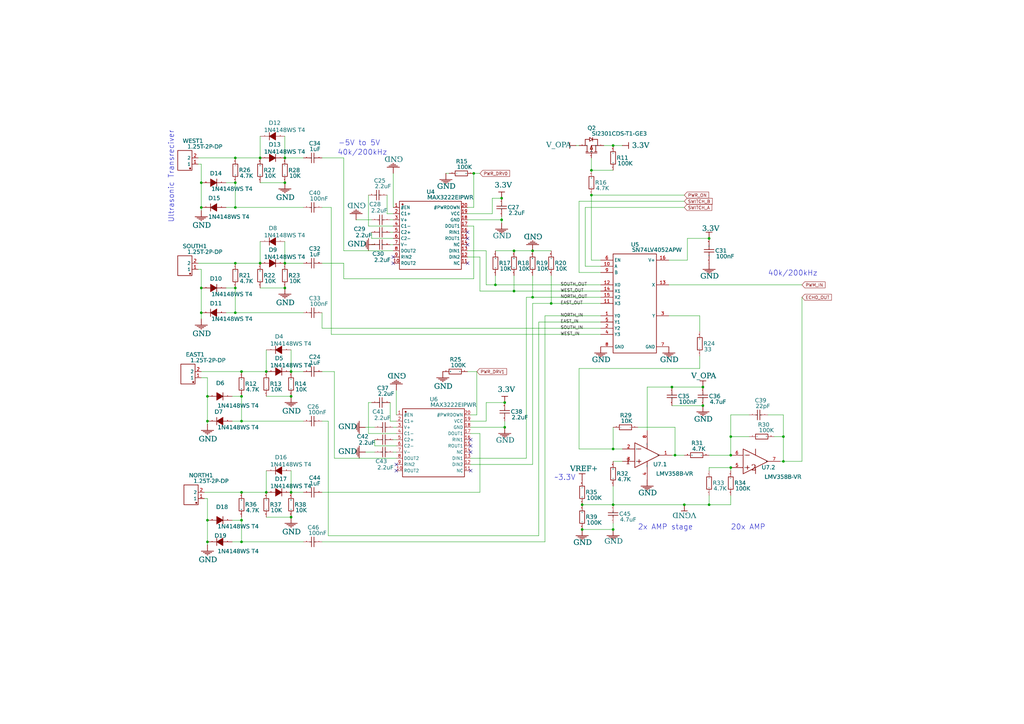
<source format=kicad_sch>
(kicad_sch (version 20250114) (generator "eeschema") (generator_version "9.0")
  (paper "A3")
  (lib_symbols
    (symbol "0402CG220J500NT"
      (property "Reference" "C39" (at -1.4986 6.7691 0))
      (property "Value" "22pF" (at -1.4986 4.4831 0))
      (symbol "0402CG220J500NT_0_0"
        (pin input line (at -3.81 0 0) (length 2.54) (name "1") (number "1"))
        (pin input line (at 3.81 0 180) (length 2.54) (name "2") (number "2"))
      )
    )
    (symbol "0402WGF1002TCE"
      (property "Reference" "R23" (at 1.524 0.8509 0))
      (property "Value" "10K" (at 1.524 -1.3843 0))
      (symbol "0402WGF1002TCE_0_0"
        (pin input line (at 0 5.08 270) (length 2.54) (name "2") (number "2"))
        (pin input line (at 0 -5.08 90) (length 2.54) (name "1") (number "1"))
      )
    )
    (symbol "0402WGF1002TCE_1"
      (property "Reference" "R22" (at 1.524 0.8509 0))
      (property "Value" "10K" (at 1.524 -1.3843 0))
      (symbol "0402WGF1002TCE_1_0_0"
        (pin input line (at 0 5.08 270) (length 2.54) (name "2") (number "2"))
        (pin input line (at 0 -5.08 90) (length 2.54) (name "1") (number "1"))
      )
    )
    (symbol "0402WGF1002TCE_10"
      (property "Reference" "R19" (at 1.524 0.8509 0))
      (property "Value" "10K" (at 1.524 -1.3843 0))
      (symbol "0402WGF1002TCE_10_0_0"
        (pin input line (at 0 5.08 270) (length 2.54) (name "2") (number "2"))
        (pin input line (at 0 -5.08 90) (length 2.54) (name "1") (number "1"))
      )
    )
    (symbol "0402WGF1002TCE_11"
      (property "Reference" "R20" (at 1.524 0.8509 0))
      (property "Value" "10K" (at 1.524 -1.3843 0))
      (symbol "0402WGF1002TCE_11_0_0"
        (pin input line (at 0 5.08 270) (length 2.54) (name "2") (number "2"))
        (pin input line (at 0 -5.08 90) (length 2.54) (name "1") (number "1"))
      )
    )
    (symbol "0402WGF1002TCE_12"
      (property "Reference" "R29" (at -2.159 5.7531 0))
      (property "Value" "10K" (at -2.159 3.4671 0))
      (symbol "0402WGF1002TCE_12_0_0"
        (pin input line (at -5.08 0 0) (length 2.54) (name "2") (number "2"))
        (pin input line (at 5.08 0 180) (length 2.54) (name "1") (number "1"))
      )
    )
    (symbol "0402WGF1002TCE_2"
      (property "Reference" "R27" (at 1.524 0.8509 0))
      (property "Value" "10K" (at 1.524 -1.3843 0))
      (symbol "0402WGF1002TCE_2_0_0"
        (pin input line (at 0 5.08 270) (length 2.54) (name "2") (number "2"))
        (pin input line (at 0 -5.08 90) (length 2.54) (name "1") (number "1"))
      )
    )
    (symbol "0402WGF1002TCE_3"
      (property "Reference" "R28" (at 1.524 0.8509 0))
      (property "Value" "10K" (at 1.524 -1.3843 0))
      (symbol "0402WGF1002TCE_3_0_0"
        (pin input line (at 0 5.08 270) (length 2.54) (name "2") (number "2"))
        (pin input line (at 0 -5.08 90) (length 2.54) (name "1") (number "1"))
      )
    )
    (symbol "0402WGF1002TCE_4"
      (property "Reference" "R38" (at 1.524 0.8509 0))
      (property "Value" "10K" (at 1.524 -1.3843 0))
      (symbol "0402WGF1002TCE_4_0_0"
        (pin input line (at 0 5.08 270) (length 2.54) (name "2") (number "2"))
        (pin input line (at 0 -5.08 90) (length 2.54) (name "1") (number "1"))
      )
    )
    (symbol "0402WGF1002TCE_5"
      (property "Reference" "R37" (at 1.524 0.8509 0))
      (property "Value" "10K" (at 1.524 -1.3843 0))
      (symbol "0402WGF1002TCE_5_0_0"
        (pin input line (at 0 5.08 270) (length 2.54) (name "2") (number "2"))
        (pin input line (at 0 -5.08 90) (length 2.54) (name "1") (number "1"))
      )
    )
    (symbol "0402WGF1002TCE_6"
      (property "Reference" "R13" (at 1.524 0.8509 0))
      (property "Value" "10K" (at 1.524 -1.3843 0))
      (symbol "0402WGF1002TCE_6_0_0"
        (pin input line (at 0 5.08 270) (length 2.54) (name "2") (number "2"))
        (pin input line (at 0 -5.08 90) (length 2.54) (name "1") (number "1"))
      )
    )
    (symbol "0402WGF1002TCE_7"
      (property "Reference" "R14" (at 1.524 0.8509 0))
      (property "Value" "10K" (at 1.524 -1.3843 0))
      (symbol "0402WGF1002TCE_7_0_0"
        (pin input line (at 0 5.08 270) (length 2.54) (name "2") (number "2"))
        (pin input line (at 0 -5.08 90) (length 2.54) (name "1") (number "1"))
      )
    )
    (symbol "0402WGF1002TCE_8"
      (property "Reference" "R17" (at 1.524 0.8509 0))
      (property "Value" "10K" (at 1.524 -1.3843 0))
      (symbol "0402WGF1002TCE_8_0_0"
        (pin input line (at 0 5.08 270) (length 2.54) (name "2") (number "2"))
        (pin input line (at 0 -5.08 90) (length 2.54) (name "1") (number "1"))
      )
    )
    (symbol "0402WGF1002TCE_9"
      (property "Reference" "R18" (at 1.524 0.8509 0))
      (property "Value" "10K" (at 1.524 -1.3843 0))
      (symbol "0402WGF1002TCE_9_0_0"
        (pin input line (at 0 5.08 270) (length 2.54) (name "2") (number "2"))
        (pin input line (at 0 -5.08 90) (length 2.54) (name "1") (number "1"))
      )
    )
    (symbol "0402WGF1003TCE"
      (property "Reference" "R11" (at 1.524 0.8509 0))
      (property "Value" "100K" (at 1.524 -1.3843 0))
      (symbol "0402WGF1003TCE_0_0"
        (pin input line (at 0 5.08 270) (length 2.54) (name "2") (number "2"))
        (pin input line (at 0 -5.08 90) (length 2.54) (name "1") (number "1"))
      )
    )
    (symbol "0402WGF1003TCE_1"
      (property "Reference" "R35" (at 1.524 0.8763 0))
      (property "Value" "100K" (at 1.524 -1.4097 0))
      (symbol "0402WGF1003TCE_1_0_0"
        (pin input line (at 0 5.08 270) (length 2.54) (name "2") (number "2"))
        (pin input line (at 0 -5.08 90) (length 2.54) (name "1") (number "1"))
      )
    )
    (symbol "0402WGF1003TCE_2"
      (property "Reference" "R39" (at 1.524 0.8763 0))
      (property "Value" "100K" (at 1.524 -1.4097 0))
      (symbol "0402WGF1003TCE_2_0_0"
        (pin input line (at 0 5.08 270) (length 2.54) (name "2") (number "2"))
        (pin input line (at 0 -5.08 90) (length 2.54) (name "1") (number "1"))
      )
    )
    (symbol "0402WGF1003TCE_3"
      (property "Reference" "R30" (at -1.4986 5.7023 0))
      (property "Value" "100K" (at -1.4986 3.4671 0))
      (symbol "0402WGF1003TCE_3_0_0"
        (pin input line (at -5.08 0 0) (length 2.54) (name "1") (number "1"))
        (pin input line (at 5.08 0 180) (length 2.54) (name "2") (number "2"))
      )
    )
    (symbol "0402WGF1003TCE_4"
      (property "Reference" "R15" (at -2.159 5.7531 0))
      (property "Value" "100K" (at -2.159 3.4671 0))
      (symbol "0402WGF1003TCE_4_0_0"
        (pin input line (at -5.08 0 0) (length 2.54) (name "1") (number "1"))
        (pin input line (at 5.08 0 180) (length 2.54) (name "2") (number "2"))
      )
    )
    (symbol "0402WGF1003TCE_5"
      (property "Reference" "R25" (at -2.159 5.7531 0))
      (property "Value" "100K" (at -2.159 3.4671 0))
      (symbol "0402WGF1003TCE_5_0_0"
        (pin input line (at -5.08 0 0) (length 2.54) (name "2") (number "2"))
        (pin input line (at 5.08 0 180) (length 2.54) (name "1") (number "1"))
      )
    )
    (symbol "0402WGF1003TCE_6"
      (property "Reference" "R34" (at 1.524 0.8509 0))
      (property "Value" "100K" (at 1.524 -1.3843 0))
      (symbol "0402WGF1003TCE_6_0_0"
        (pin input line (at 0 5.08 270) (length 2.54) (name "2") (number "2"))
        (pin input line (at 0 -5.08 90) (length 2.54) (name "1") (number "1"))
      )
    )
    (symbol "0402WGF330JTCE"
      (property "Reference" "R24" (at 1.524 0.8763 0))
      (property "Value" "33" (at 1.524 -1.4351 0))
      (symbol "0402WGF330JTCE_0_0"
        (pin input line (at 0 5.08 270) (length 2.54) (name "2") (number "2"))
        (pin input line (at 0 -5.08 90) (length 2.54) (name "1") (number "1"))
      )
    )
    (symbol "0402WGF4701TCE"
      (property "Reference" "R21" (at 1.524 0.9017 0))
      (property "Value" "4.7K" (at 1.524 -1.4097 0))
      (symbol "0402WGF4701TCE_0_0"
        (pin input line (at 0 5.08 270) (length 2.54) (name "1") (number "1"))
        (pin input line (at 0 -5.08 90) (length 2.54) (name "2") (number "2"))
      )
    )
    (symbol "0402WGF4701TCE_1"
      (property "Reference" "R26" (at 1.524 0.9017 0))
      (property "Value" "4.7K" (at 1.524 -1.4097 0))
      (symbol "0402WGF4701TCE_1_0_0"
        (pin input line (at 0 5.08 270) (length 2.54) (name "1") (number "1"))
        (pin input line (at 0 -5.08 90) (length 2.54) (name "2") (number "2"))
      )
    )
    (symbol "0402WGF4701TCE_2"
      (property "Reference" "R36" (at 1.524 0.9017 0))
      (property "Value" "4.7K" (at 1.524 -1.4097 0))
      (symbol "0402WGF4701TCE_2_0_0"
        (pin input line (at 0 5.08 270) (length 2.54) (name "1") (number "1"))
        (pin input line (at 0 -5.08 90) (length 2.54) (name "2") (number "2"))
      )
    )
    (symbol "0402WGF4701TCE_3"
      (property "Reference" "R12" (at 1.524 0.9017 0))
      (property "Value" "4.7K" (at 1.524 -1.4097 0))
      (symbol "0402WGF4701TCE_3_0_0"
        (pin input line (at 0 5.08 270) (length 2.54) (name "1") (number "1"))
        (pin input line (at 0 -5.08 90) (length 2.54) (name "2") (number "2"))
      )
    )
    (symbol "0402WGF4701TCE_4"
      (property "Reference" "R16" (at 1.524 0.8509 0))
      (property "Value" "4.7K" (at 1.524 -1.3843 0))
      (symbol "0402WGF4701TCE_4_0_0"
        (pin input line (at 0 5.08 270) (length 2.54) (name "2") (number "2"))
        (pin input line (at 0 -5.08 90) (length 2.54) (name "1") (number "1"))
      )
    )
    (symbol "0402WGF4701TCE_5"
      (property "Reference" "R31" (at -2.159 5.7785 0))
      (property "Value" "4.7K" (at -2.159 3.4671 0))
      (symbol "0402WGF4701TCE_5_0_0"
        (pin input line (at -5.08 0 0) (length 2.54) (name "2") (number "2"))
        (pin input line (at 5.08 0 180) (length 2.54) (name "1") (number "1"))
      )
    )
    (symbol "0402WGF4701TCE_6"
      (property "Reference" "R32" (at 1.524 0.8509 0))
      (property "Value" "4.7K" (at 1.524 -1.3843 0))
      (symbol "0402WGF4701TCE_6_0_0"
        (pin input line (at 0 5.08 270) (length 2.54) (name "2") (number "2"))
        (pin input line (at 0 -5.08 90) (length 2.54) (name "1") (number "1"))
      )
    )
    (symbol "0402WGF4701TCE_7"
      (property "Reference" "R33" (at 1.524 0.8509 0))
      (property "Value" "4.7K" (at 1.524 -1.3843 0))
      (symbol "0402WGF4701TCE_7_0_0"
        (pin input line (at 0 5.08 270) (length 2.54) (name "1") (number "1"))
        (pin input line (at 0 -5.08 90) (length 2.54) (name "2") (number "2"))
      )
    )
    (symbol "1.25T-2P-DP"
      (property "Reference" "SOUTH" (at -2.4892 9.0551 0))
      (property "Value" "1.25T-2P-DP" (at -2.4892 6.7691 0))
      (symbol "1.25T-2P-DP_0_0"
        (pin unspecified line (at 3.81 1.27 180) (length 2.54) (name "2") (number "2"))
        (pin unspecified line (at 3.81 -1.27 180) (length 2.54) (name "1") (number "1"))
      )
    )
    (symbol "1.25T-2P-DP_1"
      (property "Reference" "WEST" (at -2.4892 9.0551 0))
      (property "Value" "1.25T-2P-DP" (at -2.4892 6.7691 0))
      (symbol "1.25T-2P-DP_1_0_0"
        (pin unspecified line (at 3.81 1.27 180) (length 2.54) (name "2") (number "2"))
        (pin unspecified line (at 3.81 -1.27 180) (length 2.54) (name "1") (number "1"))
      )
    )
    (symbol "1.25T-2P-DP_2"
      (property "Reference" "NORTH" (at -2.4892 9.0551 0))
      (property "Value" "1.25T-2P-DP" (at -2.4892 6.7691 0))
      (symbol "1.25T-2P-DP_2_0_0"
        (pin unspecified line (at 3.81 1.27 180) (length 2.54) (name "2") (number "2"))
        (pin unspecified line (at 3.81 -1.27 180) (length 2.54) (name "1") (number "1"))
      )
    )
    (symbol "1.25T-2P-DP_3"
      (property "Reference" "EAST" (at -2.4892 9.0551 0))
      (property "Value" "1.25T-2P-DP" (at -2.4892 6.7691 0))
      (symbol "1.25T-2P-DP_3_0_0"
        (pin unspecified line (at 3.81 1.27 180) (length 2.54) (name "2") (number "2"))
        (pin unspecified line (at 3.81 -1.27 180) (length 2.54) (name "1") (number "1"))
      )
    )
    (symbol "1N4148WS T4"
      (property "Reference" "D10" (at -1.4986 4.6355 0))
      (property "Value" "1N4148WS T4" (at -1.4224 -1.6891 0))
      (symbol "1N4148WS T4_0_0"
        (pin unspecified line (at -5.08 0 0) (length 3.81) (name "A") (number "2"))
        (pin unspecified line (at 5.08 0 180) (length 3.81) (name "K") (number "1"))
      )
    )
    (symbol "1N4148WS T4_1"
      (property "Reference" "D11" (at -1.4986 4.6355 0))
      (property "Value" "1N4148WS T4" (at -1.397 -1.6891 0))
      (symbol "1N4148WS T4_1_0_0"
        (pin unspecified line (at -5.08 0 0) (length 3.81) (name "K") (number "1"))
        (pin unspecified line (at 5.08 0 180) (length 3.81) (name "A") (number "2"))
      )
    )
    (symbol "1N4148WS T4_10"
      (property "Reference" "D19" (at -2.159 3.3655 0))
      (property "Value" "1N4148WS T4" (at -1.397 -2.9591 0))
      (symbol "1N4148WS T4_10_0_0"
        (pin unspecified line (at -5.08 0 0) (length 3.81) (name "K") (number "1"))
        (pin unspecified line (at 5.08 0 180) (length 3.81) (name "A") (number "2"))
      )
    )
    (symbol "1N4148WS T4_11"
      (property "Reference" "D18" (at -1.4986 6.2357 0))
      (property "Value" "1N4148WS T4" (at -1.397 -1.6891 0))
      (symbol "1N4148WS T4_11_0_0"
        (pin unspecified line (at -5.08 0 0) (length 3.81) (name "A") (number "2"))
        (pin unspecified line (at 5.08 0 180) (length 3.81) (name "K") (number "1"))
      )
    )
    (symbol "1N4148WS T4_12"
      (property "Reference" "D4" (at -1.4986 6.2865 0))
      (property "Value" "1N4148WS T4" (at -3.937 3.4163 0))
      (symbol "1N4148WS T4_12_0_0"
        (pin unspecified line (at -5.08 0 0) (length 3.81) (name "K") (number "1"))
        (pin unspecified line (at 5.08 0 180) (length 3.81) (name "A") (number "2"))
      )
    )
    (symbol "1N4148WS T4_13"
      (property "Reference" "D5" (at -1.4986 6.2865 0))
      (property "Value" "1N4148WS T4" (at -3.937 3.4163 0))
      (symbol "1N4148WS T4_13_0_0"
        (pin unspecified line (at -5.08 0 0) (length 3.81) (name "A") (number "2"))
        (pin unspecified line (at 5.08 0 180) (length 3.81) (name "K") (number "1"))
      )
    )
    (symbol "1N4148WS T4_14"
      (property "Reference" "D7" (at -2.159 4.6355 0))
      (property "Value" "1N4148WS T4" (at -1.397 -1.6891 0))
      (symbol "1N4148WS T4_14_0_0"
        (pin unspecified line (at -5.08 0 0) (length 3.81) (name "K") (number "1"))
        (pin unspecified line (at 5.08 0 180) (length 3.81) (name "A") (number "2"))
      )
    )
    (symbol "1N4148WS T4_15"
      (property "Reference" "D6" (at -1.4986 6.2357 0))
      (property "Value" "1N4148WS T4" (at -1.4224 -2.9591 0))
      (symbol "1N4148WS T4_15_0_0"
        (pin unspecified line (at -5.08 0 0) (length 3.81) (name "A") (number "2"))
        (pin unspecified line (at 5.08 0 180) (length 3.81) (name "K") (number "1"))
      )
    )
    (symbol "1N4148WS T4_2"
      (property "Reference" "D9" (at -1.4986 6.2865 0))
      (property "Value" "1N4148WS T4" (at -3.937 3.4163 0))
      (symbol "1N4148WS T4_2_0_0"
        (pin unspecified line (at -5.08 0 0) (length 3.81) (name "A") (number "2"))
        (pin unspecified line (at 5.08 0 180) (length 3.81) (name "K") (number "1"))
      )
    )
    (symbol "1N4148WS T4_3"
      (property "Reference" "D8" (at -1.4986 6.2865 0))
      (property "Value" "1N4148WS T4" (at -3.937 3.4163 0))
      (symbol "1N4148WS T4_3_0_0"
        (pin unspecified line (at -5.08 0 0) (length 3.81) (name "K") (number "1"))
        (pin unspecified line (at 5.08 0 180) (length 3.81) (name "A") (number "2"))
      )
    )
    (symbol "1N4148WS T4_4"
      (property "Reference" "D12" (at -1.4986 6.2865 0))
      (property "Value" "1N4148WS T4" (at -3.937 3.4163 0))
      (symbol "1N4148WS T4_4_0_0"
        (pin unspecified line (at -5.08 0 0) (length 3.81) (name "K") (number "1"))
        (pin unspecified line (at 5.08 0 180) (length 3.81) (name "A") (number "2"))
      )
    )
    (symbol "1N4148WS T4_5"
      (property "Reference" "D13" (at -1.4986 6.2865 0))
      (property "Value" "1N4148WS T4" (at -3.937 3.4163 0))
      (symbol "1N4148WS T4_5_0_0"
        (pin unspecified line (at -5.08 0 0) (length 3.81) (name "A") (number "2"))
        (pin unspecified line (at 5.08 0 180) (length 3.81) (name "K") (number "1"))
      )
    )
    (symbol "1N4148WS T4_6"
      (property "Reference" "D15" (at -2.159 4.6355 0))
      (property "Value" "1N4148WS T4" (at -2.667 -2.9591 0))
      (symbol "1N4148WS T4_6_0_0"
        (pin unspecified line (at -5.08 0 0) (length 3.81) (name "K") (number "1"))
        (pin unspecified line (at 5.08 0 180) (length 3.81) (name "A") (number "2"))
      )
    )
    (symbol "1N4148WS T4_7"
      (property "Reference" "D14" (at -1.4986 4.6355 0))
      (property "Value" "1N4148WS T4" (at -1.397 -1.6891 0))
      (symbol "1N4148WS T4_7_0_0"
        (pin unspecified line (at -5.08 0 0) (length 3.81) (name "A") (number "2"))
        (pin unspecified line (at 5.08 0 180) (length 3.81) (name "K") (number "1"))
      )
    )
    (symbol "1N4148WS T4_8"
      (property "Reference" "D16" (at -1.4986 6.2865 0))
      (property "Value" "1N4148WS T4" (at -3.937 3.4163 0))
      (symbol "1N4148WS T4_8_0_0"
        (pin unspecified line (at -5.08 0 0) (length 3.81) (name "K") (number "1"))
        (pin unspecified line (at 5.08 0 180) (length 3.81) (name "A") (number "2"))
      )
    )
    (symbol "1N4148WS T4_9"
      (property "Reference" "D17" (at -1.4986 6.2865 0))
      (property "Value" "1N4148WS T4" (at -3.937 3.4163 0))
      (symbol "1N4148WS T4_9_0_0"
        (pin unspecified line (at -5.08 0 0) (length 3.81) (name "A") (number "2"))
        (pin unspecified line (at 5.08 0 180) (length 3.81) (name "K") (number "1"))
      )
    )
    (symbol "3.3V" (power) (pin_numbers (hide yes)) (pin_names (hide yes))
      (property "Value" "3.3V" (at 0 -3.81 0))
      (symbol "3.3V_0_0"
        (pin power_in line (at 0 0 270) (length 0) (name "3.3V") (number "1"))
      )
    )
    (symbol "CC0603KRX7R9BB104"
      (property "Reference" "C31" (at 2.54 0.8763 0))
      (property "Value" "100nF" (at 2.54 -1.4097 0))
      (symbol "CC0603KRX7R9BB104_0_0"
        (pin unspecified line (at 0 5.08 270) (length 2.54) (name "2") (number "2"))
        (pin unspecified line (at 0 -5.08 90) (length 2.54) (name "1") (number "1"))
      )
    )
    (symbol "CL05A475MP5NRNC"
      (property "Reference" "C45" (at 2.54 0.8509 0))
      (property "Value" "4.7uF" (at 2.54 -1.4097 0))
      (symbol "CL05A475MP5NRNC_0_0"
        (pin input line (at 0 3.81 270) (length 2.54) (name "2") (number "2"))
        (pin input line (at 0 -3.81 90) (length 2.54) (name "1") (number "1"))
      )
    )
    (symbol "CL05B104KO5NNNC"
      (property "Reference" "C33" (at -1.4986 6.7183 0))
      (property "Value" "100nF" (at -1.4986 4.4831 0))
      (symbol "CL05B104KO5NNNC_0_0"
        (pin input line (at -3.81 0 0) (length 2.54) (name "2") (number "2"))
        (pin input line (at 3.81 0 180) (length 2.54) (name "1") (number "1"))
      )
    )
    (symbol "CL05B104KO5NNNC_1"
      (property "Reference" "C40" (at -1.4986 6.7691 0))
      (property "Value" "100nF" (at -1.4986 4.4831 0))
      (symbol "CL05B104KO5NNNC_1_0_0"
        (pin input line (at -3.81 0 0) (length 2.54) (name "2") (number "2"))
        (pin input line (at 3.81 0 180) (length 2.54) (name "1") (number "1"))
      )
    )
    (symbol "CL05B104KO5NNNC_2"
      (property "Reference" "C46" (at -2.0828 6.7183 0))
      (property "Value" "100nF" (at -2.0828 4.4831 0))
      (symbol "CL05B104KO5NNNC_2_0_0"
        (pin input line (at -3.81 0 0) (length 2.54) (name "2") (number "2"))
        (pin input line (at 3.81 0 180) (length 2.54) (name "1") (number "1"))
      )
    )
    (symbol "CL05B104KO5NNNC_3"
      (property "Reference" "C26" (at -2.159 6.7183 0))
      (property "Value" "100nF" (at -2.159 4.4831 0))
      (symbol "CL05B104KO5NNNC_3_0_0"
        (pin input line (at -3.81 0 0) (length 2.54) (name "2") (number "2"))
        (pin input line (at 3.81 0 180) (length 2.54) (name "1") (number "1"))
      )
    )
    (symbol "CL05B104KO5NNNC_4"
      (property "Reference" "C35" (at 2.54 0.8763 0))
      (property "Value" "100nF" (at 2.54 -1.4097 0))
      (symbol "CL05B104KO5NNNC_4_0_0"
        (pin input line (at 0 3.81 270) (length 2.54) (name "1") (number "1"))
        (pin input line (at 0 -3.81 90) (length 2.54) (name "2") (number "2"))
      )
    )
    (symbol "CL10A105KB8NNNC"
      (property "Reference" "C32" (at -1.4986 6.7691 0))
      (property "Value" "1uF" (at -1.4986 4.4831 0))
      (symbol "CL10A105KB8NNNC_0_0"
        (pin input line (at -3.81 0 0) (length 2.54) (name "1") (number "1"))
        (pin input line (at 3.81 0 180) (length 2.54) (name "2") (number "2"))
      )
    )
    (symbol "CL10A105KB8NNNC_1"
      (property "Reference" "C34" (at -1.4986 6.7691 0))
      (property "Value" "1uF" (at -1.4986 4.4831 0))
      (symbol "CL10A105KB8NNNC_1_0_0"
        (pin input line (at -3.81 0 0) (length 2.54) (name "1") (number "1"))
        (pin input line (at 3.81 0 180) (length 2.54) (name "2") (number "2"))
      )
    )
    (symbol "CL10A105KB8NNNC_2"
      (property "Reference" "C44" (at -1.4986 6.7691 0))
      (property "Value" "1uF" (at -1.4986 4.4831 0))
      (symbol "CL10A105KB8NNNC_2_0_0"
        (pin input line (at -3.81 0 0) (length 2.54) (name "1") (number "1"))
        (pin input line (at 3.81 0 180) (length 2.54) (name "2") (number "2"))
      )
    )
    (symbol "CL10A105KB8NNNC_3"
      (property "Reference" "C24" (at -1.4986 6.7691 0))
      (property "Value" "1uF" (at -1.4986 4.4831 0))
      (symbol "CL10A105KB8NNNC_3_0_0"
        (pin input line (at -3.81 0 0) (length 2.54) (name "1") (number "1"))
        (pin input line (at 3.81 0 180) (length 2.54) (name "2") (number "2"))
      )
    )
    (symbol "CL10A225KO8NNNC"
      (property "Reference" "C30" (at -3.429 -2.9337 0))
      (property "Value" "2.2uF" (at -3.0226 -5.4483 0))
      (symbol "CL10A225KO8NNNC_0_0"
        (pin input line (at -3.81 0 0) (length 2.54) (name "1") (number "1"))
        (pin input line (at 3.81 0 180) (length 2.54) (name "2") (number "2"))
      )
    )
    (symbol "CL10A225KO8NNNC_1"
      (property "Reference" "C29" (at -11.049 2.1209 0))
      (property "Value" "2.2uF" (at -10.6426 -0.3683 0))
      (symbol "CL10A225KO8NNNC_1_0_0"
        (pin input line (at -3.81 0 0) (length 2.54) (name "2") (number "2"))
        (pin input line (at 3.81 0 180) (length 2.54) (name "1") (number "1"))
      )
    )
    (symbol "CL10A225KO8NNNC_2"
      (property "Reference" "C25" (at -1.4986 6.7183 0))
      (property "Value" "2.2uF" (at -1.4986 4.4831 0))
      (symbol "CL10A225KO8NNNC_2_0_0"
        (pin input line (at -3.81 0 0) (length 2.54) (name "2") (number "2"))
        (pin input line (at 3.81 0 180) (length 2.54) (name "1") (number "1"))
      )
    )
    (symbol "CL10A225KO8NNNC_3"
      (property "Reference" "C28" (at -4.699 7.2009 0))
      (property "Value" "2.2uF" (at -4.2926 4.6863 0))
      (symbol "CL10A225KO8NNNC_3_0_0"
        (pin input line (at -3.81 0 0) (length 2.54) (name "2") (number "2"))
        (pin input line (at 3.81 0 180) (length 2.54) (name "1") (number "1"))
      )
    )
    (symbol "CL10A225KO8NNNC_4"
      (property "Reference" "C27" (at 2.54 0.8763 0))
      (property "Value" "2.2uF" (at 2.54 -1.4097 0))
      (symbol "CL10A225KO8NNNC_4_0_0"
        (pin input line (at 0 3.81 270) (length 2.54) (name "2") (number "2"))
        (pin input line (at 0 -3.81 90) (length 2.54) (name "1") (number "1"))
      )
    )
    (symbol "CL10A225KO8NNNC_5"
      (property "Reference" "C41" (at -4.699 7.2009 0))
      (property "Value" "2.2uF" (at -4.2926 4.6863 0))
      (symbol "CL10A225KO8NNNC_5_0_0"
        (pin input line (at -3.81 0 0) (length 2.54) (name "2") (number "2"))
        (pin input line (at 3.81 0 180) (length 2.54) (name "1") (number "1"))
      )
    )
    (symbol "CL10A225KO8NNNC_6"
      (property "Reference" "C37" (at -1.4986 6.7183 0))
      (property "Value" "2.2uF" (at -1.4986 4.4831 0))
      (symbol "CL10A225KO8NNNC_6_0_0"
        (pin input line (at -3.81 0 0) (length 2.54) (name "2") (number "2"))
        (pin input line (at 3.81 0 180) (length 2.54) (name "1") (number "1"))
      )
    )
    (symbol "CL10A225KO8NNNC_7"
      (property "Reference" "C42" (at -11.049 2.1209 0))
      (property "Value" "2.2uF" (at -10.6426 -0.3683 0))
      (symbol "CL10A225KO8NNNC_7_0_0"
        (pin input line (at -3.81 0 0) (length 2.54) (name "2") (number "2"))
        (pin input line (at 3.81 0 180) (length 2.54) (name "1") (number "1"))
      )
    )
    (symbol "CL10A225KO8NNNC_8"
      (property "Reference" "C43" (at -3.429 -2.9337 0))
      (property "Value" "2.2uF" (at -3.0226 -5.4483 0))
      (symbol "CL10A225KO8NNNC_8_0_0"
        (pin input line (at -3.81 0 0) (length 2.54) (name "1") (number "1"))
        (pin input line (at 3.81 0 180) (length 2.54) (name "2") (number "2"))
      )
    )
    (symbol "CL10A225KO8NNNC_9"
      (property "Reference" "C38" (at 2.54 0.8763 0))
      (property "Value" "2.2uF" (at 2.54 -1.4097 0))
      (symbol "CL10A225KO8NNNC_9_0_0"
        (pin input line (at 0 3.81 270) (length 2.54) (name "2") (number "2"))
        (pin input line (at 0 -3.81 90) (length 2.54) (name "1") (number "1"))
      )
    )
    (symbol "CL10A475KO8NNNC"
      (property "Reference" "C36" (at 2.54 0.8763 0))
      (property "Value" "4.7uF" (at 2.54 -1.4097 0))
      (symbol "CL10A475KO8NNNC_0_0"
        (pin input line (at 0 3.81 270) (length 2.54) (name "2") (number "2"))
        (pin input line (at 0 -3.81 90) (length 2.54) (name "1") (number "1"))
      )
    )
    (symbol "DG4052EEQ-T1-GE3"
      (property "Reference" "U5" (at -1.524 24.9555 0))
      (property "Value" "SN74LV4052APW" (at -1.524 22.8473 0))
      (symbol "DG4052EEQ-T1-GE3_0_0"
        (pin unspecified line (at -13.97 17.78 0) (length 5.08) (name "EN") (number "6"))
        (pin unspecified line (at -13.97 15.24 0) (length 5.08) (name "A") (number "10"))
        (pin unspecified line (at -13.97 12.7 0) (length 5.08) (name "B") (number "9"))
        (pin bidirectional line (at -13.97 7.62 0) (length 5.08) (name "X0") (number "12"))
        (pin bidirectional line (at -13.97 5.08 0) (length 5.08) (name "X1") (number "14"))
        (pin bidirectional line (at -13.97 2.54 0) (length 5.08) (name "X2") (number "15"))
        (pin bidirectional line (at -13.97 0 0) (length 5.08) (name "X3") (number "11"))
        (pin bidirectional line (at -13.97 -5.08 0) (length 5.08) (name "Y0") (number "1"))
        (pin bidirectional line (at -13.97 -7.62 0) (length 5.08) (name "Y1") (number "5"))
        (pin bidirectional line (at -13.97 -10.16 0) (length 5.08) (name "Y2") (number "2"))
        (pin bidirectional line (at -13.97 -12.7 0) (length 5.08) (name "Y3") (number "4"))
        (pin passive line (at -13.97 -17.78 0) (length 5.08) (name "GND") (number "8"))
        (pin passive line (at 13.97 17.78 180) (length 5.08) (name "V+") (number "16"))
        (pin bidirectional line (at 13.97 7.62 180) (length 5.08) (name "X") (number "13"))
        (pin bidirectional line (at 13.97 -5.08 180) (length 5.08) (name "Y") (number "3"))
        (pin passive line (at 13.97 -17.78 180) (length 5.08) (name "GND") (number "7"))
      )
    )
    (symbol "GND" (power) (pin_numbers (hide yes)) (pin_names (hide yes))
      (property "Value" "GND" (at 0 -6.35 0))
      (symbol "GND_0_0"
        (pin power_in line (at 0 0 270) (length 0) (name "GND") (number "1"))
      )
    )
    (symbol "LMV358B-VR"
      (property "Reference" "U7.1" (at 2.5654 -2.9337 0))
      (property "Value" "LMV358B-VR" (at 2.8956 -6.7183 0))
      (symbol "LMV358B-VR_0_0"
        (text "1" (at -8.89 -1.27 0) (effects (font (size 2.413 2.413)) (justify left top)))
        (pin unspecified line (at -10.16 2.54 0) (length 5.08) (name "INA-") (number "2"))
        (pin unspecified line (at -10.16 -2.54 0) (length 5.08) (name "INA+") (number "3"))
        (pin passive line (at 0 10.16 270) (length 5.08) (name "+VS") (number "8"))
        (pin passive line (at 0 -10.16 90) (length 5.08) (name "-VS") (number "4"))
        (pin output line (at 10.16 0 180) (length 5.08) (name "OUTA") (number "1"))
      )
    )
    (symbol "LMV358B-VR_1"
      (property "Reference" "U7.2" (at 2.5654 -1.6637 0))
      (property "Value" "LMV358B-VR" (at 2.8702 -5.4737 0))
      (symbol "LMV358B-VR_1_0_0"
        (text "2" (at -1.778 -1.27 0) (effects (font (size 2.413 2.413)) (justify left top)))
        (pin unspecified line (at -10.16 2.54 0) (length 5.08) (name "INB-") (number "6"))
        (pin unspecified line (at -10.16 -2.54 0) (length 5.08) (name "INB+") (number "5"))
        (pin output line (at 10.16 0 180) (length 5.08) (name "OUTB") (number "7"))
      )
    )
    (symbol "MAX3222EIPWR"
      (property "Reference" "U4" (at -1.4986 18.6563 0))
      (property "Value" "MAX3222EIPWR" (at -1.4986 16.4211 0))
      (symbol "MAX3222EIPWR_0_0"
        (pin unspecified line (at -15.24 11.43 0) (length 2.54) (name "#EN") (number "1"))
        (pin unspecified line (at -15.24 8.89 0) (length 2.54) (name "C1+") (number "2"))
        (pin unspecified line (at -15.24 6.35 0) (length 2.54) (name "V+") (number "3"))
        (pin unspecified line (at -15.24 3.81 0) (length 2.54) (name "C1−") (number "4"))
        (pin unspecified line (at -15.24 1.27 0) (length 2.54) (name "C2+") (number "5"))
        (pin unspecified line (at -15.24 -1.27 0) (length 2.54) (name "C2−") (number "6"))
        (pin unspecified line (at -15.24 -3.81 0) (length 2.54) (name "V−") (number "7"))
        (pin unspecified line (at -15.24 -6.35 0) (length 2.54) (name "DOUT2") (number "8"))
        (pin unspecified line (at -15.24 -8.89 0) (length 2.54) (name "RIN2") (number "9"))
        (pin unspecified line (at -15.24 -11.43 0) (length 2.54) (name "ROUT2") (number "10"))
        (pin unspecified line (at 15.24 11.43 180) (length 2.54) (name "#PWRDOWN") (number "20"))
        (pin unspecified line (at 15.24 8.89 180) (length 2.54) (name "VCC") (number "19"))
        (pin unspecified line (at 15.24 6.35 180) (length 2.54) (name "GND") (number "18"))
        (pin unspecified line (at 15.24 3.81 180) (length 2.54) (name "DOUT1") (number "17"))
        (pin unspecified line (at 15.24 1.27 180) (length 2.54) (name "RIN1") (number "16"))
        (pin unspecified line (at 15.24 -1.27 180) (length 2.54) (name "ROUT1") (number "15"))
        (pin unspecified line (at 15.24 -3.81 180) (length 2.54) (name "NC") (number "14"))
        (pin unspecified line (at 15.24 -6.35 180) (length 2.54) (name "DIN1") (number "13"))
        (pin unspecified line (at 15.24 -8.89 180) (length 2.54) (name "DIN2") (number "12"))
        (pin unspecified line (at 15.24 -11.43 180) (length 2.54) (name "NC") (number "11"))
      )
    )
    (symbol "MAX3222EIPWR_1"
      (property "Reference" "U6" (at -1.4986 18.6563 0))
      (property "Value" "MAX3222EIPWR" (at -1.4986 16.4211 0))
      (symbol "MAX3222EIPWR_1_0_0"
        (pin unspecified line (at -15.24 11.43 0) (length 2.54) (name "#EN") (number "1"))
        (pin unspecified line (at -15.24 8.89 0) (length 2.54) (name "C1+") (number "2"))
        (pin unspecified line (at -15.24 6.35 0) (length 2.54) (name "V+") (number "3"))
        (pin unspecified line (at -15.24 3.81 0) (length 2.54) (name "C1−") (number "4"))
        (pin unspecified line (at -15.24 1.27 0) (length 2.54) (name "C2+") (number "5"))
        (pin unspecified line (at -15.24 -1.27 0) (length 2.54) (name "C2−") (number "6"))
        (pin unspecified line (at -15.24 -3.81 0) (length 2.54) (name "V−") (number "7"))
        (pin unspecified line (at -15.24 -6.35 0) (length 2.54) (name "DOUT2") (number "8"))
        (pin unspecified line (at -15.24 -8.89 0) (length 2.54) (name "RIN2") (number "9"))
        (pin unspecified line (at -15.24 -11.43 0) (length 2.54) (name "ROUT2") (number "10"))
        (pin unspecified line (at 15.24 11.43 180) (length 2.54) (name "#PWRDOWN") (number "20"))
        (pin unspecified line (at 15.24 8.89 180) (length 2.54) (name "VCC") (number "19"))
        (pin unspecified line (at 15.24 6.35 180) (length 2.54) (name "GND") (number "18"))
        (pin unspecified line (at 15.24 3.81 180) (length 2.54) (name "DOUT1") (number "17"))
        (pin unspecified line (at 15.24 1.27 180) (length 2.54) (name "RIN1") (number "16"))
        (pin unspecified line (at 15.24 -1.27 180) (length 2.54) (name "ROUT1") (number "15"))
        (pin unspecified line (at 15.24 -3.81 180) (length 2.54) (name "NC") (number "14"))
        (pin unspecified line (at 15.24 -6.35 180) (length 2.54) (name "DIN1") (number "13"))
        (pin unspecified line (at 15.24 -8.89 180) (length 2.54) (name "DIN2") (number "12"))
        (pin unspecified line (at 15.24 -11.43 180) (length 2.54) (name "NC") (number "11"))
      )
    )
    (symbol "SI2301CDS-T1-GE3"
      (property "Reference" "Q2" (at -1.5748 9.2583 0))
      (property "Value" "SI2301CDS-T1-GE3" (at -1.5748 7.0231 0))
      (symbol "SI2301CDS-T1-GE3_0_0"
        (pin unspecified line (at -5.08 1.27 0) (length 2.54) (name "D") (number "3"))
        (pin unspecified line (at 0 -3.81 90) (length 2.032) (name "G") (number "1"))
        (pin unspecified line (at 5.08 1.27 180) (length 2.54) (name "S") (number "2"))
      )
    )
    (symbol "VGND" (power) (pin_numbers (hide yes)) (pin_names (hide yes))
      (property "Value" "VGND" (at 0 -3.81 0))
      (symbol "VGND_0_0"
        (pin power_in line (at 0 0 270) (length 0) (name "VGND") (number "1"))
      )
    )
    (symbol "VREF+" (power) (pin_numbers (hide yes)) (pin_names (hide yes))
      (property "Value" "VREF+" (at 0 -3.81 0))
      (symbol "VREF+_0_0"
        (pin power_in line (at 0 0 270) (length 0) (name "VREF+") (number "1"))
      )
    )
    (symbol "V_OPA" (power) (pin_numbers (hide yes)) (pin_names (hide yes))
      (property "Value" "V_OPA" (at 0 -3.81 0))
      (symbol "V_OPA_0_0"
        (pin power_in line (at 0 0 270) (length 0) (name "V_OPA") (number "1"))
      )
    )
  )
  (text "~3.3V" (at 227.33 194.6783 0) (effects (font (size 2.1717 2.1717)) (justify left top)))
  (text "Ultrasonic Transreciver" (at 68.9483 91.44 90) (effects (font (size 2.1717 2.1717)) (justify left top)))
  (text "-5V to 5V" (at 138.7094 57.4421 0) (effects (font (size 2.1717 2.1717)) (justify left top)))
  (text "2x AMP stage" (at 261.62 214.9983 0) (effects (font (size 2.1717 2.1717)) (justify left top)))
  (text "20x AMP" (at 299.72 214.9983 0) (effects (font (size 2.1717 2.1717)) (justify left top)))
  (text "40k/200kHz" (at 314.96 110.8583 0) (effects (font (size 2.1717 2.1717)) (justify left top)))
  (text "40k/200kHz" (at 138.43 61.3283 0) (effects (font (size 2.1717 2.1717)) (justify left top)))
  (junction (at 226.06 124.46))
  (junction (at 85.09 172.72))
  (junction (at 288.29 166.37))
  (junction (at 207.01 165.1))
  (junction (at 205.74 90.17))
  (junction (at 119.38 162.56))
  (junction (at 251.46 217.17))
  (junction (at 96.52 64.77))
  (junction (at 299.72 191.77))
  (junction (at 96.52 128.27))
  (junction (at 242.57 80.01))
  (junction (at 242.57 69.85))
  (junction (at 96.52 118.11))
  (junction (at 207.01 175.26))
  (junction (at 238.76 217.17))
  (junction (at 288.29 158.75))
  (junction (at 96.52 74.93))
  (junction (at 119.38 201.93))
  (junction (at 99.06 222.25))
  (junction (at 106.68 64.77))
  (junction (at 99.06 172.72))
  (junction (at 82.55 74.93))
  (junction (at 290.83 97.79))
  (junction (at 116.84 118.11))
  (junction (at 82.55 85.09))
  (junction (at 203.2 116.84))
  (junction (at 299.72 179.07))
  (junction (at 109.22 152.4))
  (junction (at 99.06 152.4))
  (junction (at 85.09 222.25))
  (junction (at 218.44 102.87))
  (junction (at 321.31 189.23))
  (junction (at 210.82 119.38))
  (junction (at 321.31 179.07))
  (junction (at 85.09 213.36))
  (junction (at 109.22 201.93))
  (junction (at 85.09 162.56))
  (junction (at 119.38 212.09))
  (junction (at 205.74 81.28))
  (junction (at 96.52 107.95))
  (junction (at 251.46 207.01))
  (junction (at 99.06 201.93))
  (junction (at 116.84 64.77))
  (junction (at 116.84 107.95))
  (junction (at 276.86 186.69))
  (junction (at 119.38 152.4))
  (junction (at 96.52 85.09))
  (junction (at 99.06 162.56))
  (junction (at 238.76 207.01))
  (junction (at 82.55 128.27))
  (junction (at 106.68 107.95))
  (junction (at 275.59 158.75))
  (junction (at 299.72 186.69))
  (junction (at 194.31 71.12))
  (junction (at 218.44 121.92))
  (junction (at 251.46 59.69))
  (junction (at 290.83 207.01))
  (junction (at 251.46 184.15))
  (junction (at 82.55 118.11))
  (junction (at 280.67 207.01))
  (junction (at 116.84 74.93))
  (junction (at 210.82 102.87))
  (junction (at 99.06 213.36))
  (no_connect (at 161.29 105.41))
  (no_connect (at 193.04 185.42))
  (no_connect (at 193.04 193.04))
  (no_connect (at 191.77 107.95))
  (no_connect (at 191.77 100.33))
  (no_connect (at 191.77 95.25))
  (no_connect (at 162.56 190.5))
  (no_connect (at 193.04 182.88))
  (no_connect (at 161.29 107.95))
  (no_connect (at 193.04 180.34))
  (no_connect (at 191.77 97.79))
  (no_connect (at 162.56 193.04))
  (wire (pts (xy 109.22 152.4) (xy 99.06 152.4)))
  (wire (pts (xy 149.86 175.26) (xy 153.67 175.26)))
  (wire (pts (xy 194.31 71.12) (xy 196.85 71.12)))
  (wire (pts (xy 210.82 119.38) (xy 246.38 119.38)))
  (wire (pts (xy 299.72 207.01) (xy 299.72 203.2)))
  (wire (pts (xy 184.15 71.12) (xy 182.88 71.12)))
  (wire (pts (xy 290.83 97.79) (xy 281.94 97.79)))
  (wire (pts (xy 106.68 99.06) (xy 106.68 107.95)))
  (wire (pts (xy 275.59 166.37) (xy 288.29 166.37)))
  (wire (pts (xy 321.31 179.07) (xy 321.31 189.23)))
  (wire (pts (xy 153.67 182.88) (xy 162.56 182.88)))
  (wire (pts (xy 205.74 91.44) (xy 205.74 90.17)))
  (wire (pts (xy 116.84 99.06) (xy 116.84 107.95)))
  (wire (pts (xy 276.86 175.26) (xy 276.86 186.69)))
  (wire (pts (xy 237.49 82.55) (xy 280.67 82.55)))
  (wire (pts (xy 193.04 170.18) (xy 195.58 170.18)))
  (wire (pts (xy 196.85 201.93) (xy 132.08 201.93)))
  (wire (pts (xy 317.5 179.07) (xy 321.31 179.07)))
  (wire (pts (xy 193.04 177.8) (xy 196.85 177.8)))
  (wire (pts (xy 82.55 74.93) (xy 82.55 85.09)))
  (wire (pts (xy 287.02 129.54) (xy 274.32 129.54)))
  (wire (pts (xy 246.38 129.54) (xy 223.52 129.54)))
  (wire (pts (xy 240.03 109.22) (xy 246.38 109.22)))
  (wire (pts (xy 193.04 187.96) (xy 215.9 187.96)))
  (wire (pts (xy 237.49 111.76) (xy 237.49 82.55)))
  (wire (pts (xy 290.83 203.2) (xy 290.83 207.01)))
  (wire (pts (xy 132.08 134.62) (xy 132.08 128.27)))
  (wire (pts (xy 106.68 55.88) (xy 106.68 64.77)))
  (wire (pts (xy 140.97 114.3) (xy 194.31 114.3)))
  (wire (pts (xy 251.46 189.23) (xy 255.27 189.23)))
  (wire (pts (xy 82.55 128.27) (xy 82.55 130.81)))
  (wire (pts (xy 299.72 179.07) (xy 299.72 170.18)))
  (wire (pts (xy 193.04 175.26) (xy 207.01 175.26)))
  (wire (pts (xy 109.22 193.04) (xy 109.22 201.93)))
  (wire (pts (xy 152.4 95.25) (xy 152.4 97.79)))
  (wire (pts (xy 280.67 207.01) (xy 290.83 207.01)))
  (wire (pts (xy 95.25 222.25) (xy 99.06 222.25)))
  (wire (pts (xy 203.2 116.84) (xy 246.38 116.84)))
  (wire (pts (xy 82.55 67.31) (xy 82.55 74.93)))
  (wire (pts (xy 152.4 97.79) (xy 161.29 97.79)))
  (wire (pts (xy 96.52 107.95) (xy 81.28 107.95)))
  (wire (pts (xy 218.44 124.46) (xy 218.44 190.5)))
  (wire (pts (xy 237.49 184.15) (xy 251.46 184.15)))
  (wire (pts (xy 194.31 92.71) (xy 191.77 92.71)))
  (wire (pts (xy 151.13 165.1) (xy 152.4 165.1)))
  (wire (pts (xy 119.38 212.09) (xy 109.22 212.09)))
  (wire (pts (xy 96.52 64.77) (xy 81.28 64.77)))
  (wire (pts (xy 92.71 128.27) (xy 96.52 128.27)))
  (wire (pts (xy 328.93 189.23) (xy 321.31 189.23)))
  (wire (pts (xy 223.52 129.54) (xy 223.52 222.25)))
  (wire (pts (xy 246.38 134.62) (xy 132.08 134.62)))
  (wire (pts (xy 199.39 172.72) (xy 193.04 172.72)))
  (wire (pts (xy 152.4 100.33) (xy 153.67 100.33)))
  (wire (pts (xy 82.55 118.11) (xy 82.55 128.27)))
  (wire (pts (xy 299.72 193.04) (xy 299.72 191.77)))
  (wire (pts (xy 196.85 119.38) (xy 210.82 119.38)))
  (wire (pts (xy 116.84 107.95) (xy 124.46 107.95)))
  (wire (pts (xy 109.22 143.51) (xy 109.22 152.4)))
  (wire (pts (xy 196.85 105.41) (xy 196.85 119.38)))
  (wire (pts (xy 195.58 152.4) (xy 191.77 152.4)))
  (wire (pts (xy 106.68 64.77) (xy 96.52 64.77)))
  (wire (pts (xy 99.06 162.56) (xy 95.25 162.56)))
  (wire (pts (xy 82.55 85.09) (xy 82.55 86.36)))
  (wire (pts (xy 281.94 106.68) (xy 274.32 106.68)))
  (wire (pts (xy 140.97 107.95) (xy 140.97 114.3)))
  (wire (pts (xy 124.46 152.4) (xy 119.38 152.4)))
  (wire (pts (xy 281.94 97.79) (xy 281.94 106.68)))
  (wire (pts (xy 240.03 85.09) (xy 240.03 109.22)))
  (wire (pts (xy 251.46 175.26) (xy 251.46 184.15)))
  (wire (pts (xy 246.38 121.92) (xy 218.44 121.92)))
  (wire (pts (xy 246.38 132.08) (xy 220.98 132.08)))
  (wire (pts (xy 85.09 162.56) (xy 85.09 172.72)))
  (wire (pts (xy 314.96 170.18) (xy 321.31 170.18)))
  (wire (pts (xy 280.67 207.01) (xy 251.46 207.01)))
  (wire (pts (xy 95.25 172.72) (xy 99.06 172.72)))
  (wire (pts (xy 132.08 64.77) (xy 140.97 64.77)))
  (wire (pts (xy 191.77 85.09) (xy 194.31 85.09)))
  (wire (pts (xy 99.06 222.25) (xy 124.46 222.25)))
  (wire (pts (xy 251.46 59.69) (xy 255.27 59.69)))
  (wire (pts (xy 153.67 180.34) (xy 153.67 182.88)))
  (wire (pts (xy 162.56 177.8) (xy 151.13 177.8)))
  (wire (pts (xy 226.06 113.03) (xy 226.06 124.46)))
  (wire (pts (xy 96.52 128.27) (xy 96.52 118.11)))
  (wire (pts (xy 140.97 102.87) (xy 161.29 102.87)))
  (wire (pts (xy 153.67 185.42) (xy 149.86 185.42)))
  (wire (pts (xy 109.22 201.93) (xy 99.06 201.93)))
  (wire (pts (xy 99.06 162.56) (xy 99.06 172.72)))
  (wire (pts (xy 161.29 100.33) (xy 160.02 100.33)))
  (wire (pts (xy 203.2 113.03) (xy 203.2 116.84)))
  (wire (pts (xy 251.46 217.17) (xy 251.46 214.63)))
  (wire (pts (xy 265.43 158.75) (xy 275.59 158.75)))
  (wire (pts (xy 226.06 124.46) (xy 218.44 124.46)))
  (wire (pts (xy 275.59 158.75) (xy 288.29 158.75)))
  (wire (pts (xy 191.77 90.17) (xy 205.74 90.17)))
  (wire (pts (xy 280.67 186.69) (xy 276.86 186.69)))
  (wire (pts (xy 96.52 107.95) (xy 106.68 107.95)))
  (wire (pts (xy 247.65 59.69) (xy 251.46 59.69)))
  (wire (pts (xy 242.57 80.01) (xy 280.67 80.01)))
  (wire (pts (xy 124.46 64.77) (xy 116.84 64.77)))
  (wire (pts (xy 151.13 177.8) (xy 151.13 165.1)))
  (wire (pts (xy 237.49 151.13) (xy 237.49 184.15)))
  (wire (pts (xy 99.06 172.72) (xy 124.46 172.72)))
  (wire (pts (xy 81.28 67.31) (xy 82.55 67.31)))
  (wire (pts (xy 137.16 187.96) (xy 162.56 187.96)))
  (wire (pts (xy 237.49 59.69) (xy 236.22 59.69)))
  (wire (pts (xy 99.06 213.36) (xy 99.06 222.25)))
  (wire (pts (xy 238.76 217.17) (xy 251.46 217.17)))
  (wire (pts (xy 196.85 177.8) (xy 196.85 201.93)))
  (wire (pts (xy 134.62 219.71) (xy 134.62 172.72)))
  (wire (pts (xy 85.09 213.36) (xy 85.09 222.25)))
  (wire (pts (xy 261.62 175.26) (xy 276.86 175.26)))
  (wire (pts (xy 119.38 193.04) (xy 119.38 201.93)))
  (wire (pts (xy 191.77 105.41) (xy 196.85 105.41)))
  (wire (pts (xy 218.44 113.03) (xy 218.44 121.92)))
  (wire (pts (xy 205.74 90.17) (xy 205.74 88.9)))
  (wire (pts (xy 158.75 87.63) (xy 161.29 87.63)))
  (wire (pts (xy 287.02 135.89) (xy 287.02 129.54)))
  (wire (pts (xy 162.56 180.34) (xy 161.29 180.34)))
  (wire (pts (xy 290.83 186.69) (xy 299.72 186.69)))
  (wire (pts (xy 135.89 85.09) (xy 132.08 85.09)))
  (wire (pts (xy 161.29 92.71) (xy 151.13 92.71)))
  (wire (pts (xy 95.25 213.36) (xy 99.06 213.36)))
  (wire (pts (xy 321.31 189.23) (xy 320.04 189.23)))
  (wire (pts (xy 251.46 207.01) (xy 238.76 207.01)))
  (wire (pts (xy 226.06 102.87) (xy 218.44 102.87)))
  (wire (pts (xy 218.44 102.87) (xy 210.82 102.87)))
  (wire (pts (xy 280.67 85.09) (xy 240.03 85.09)))
  (wire (pts (xy 132.08 152.4) (xy 137.16 152.4)))
  (wire (pts (xy 99.06 152.4) (xy 82.55 152.4)))
  (wire (pts (xy 119.38 162.56) (xy 109.22 162.56)))
  (wire (pts (xy 83.82 204.47) (xy 85.09 204.47)))
  (wire (pts (xy 162.56 170.18) (xy 162.56 160.02)))
  (wire (pts (xy 194.31 85.09) (xy 194.31 71.12)))
  (wire (pts (xy 85.09 172.72) (xy 85.09 173.99)))
  (wire (pts (xy 151.13 92.71) (xy 151.13 80.01)))
  (wire (pts (xy 265.43 176.53) (xy 265.43 158.75)))
  (wire (pts (xy 161.29 85.09) (xy 161.29 71.12)))
  (wire (pts (xy 251.46 199.39) (xy 251.46 207.01)))
  (wire (pts (xy 274.32 116.84) (xy 328.93 116.84)))
  (wire (pts (xy 81.28 110.49) (xy 82.55 110.49)))
  (wire (pts (xy 96.52 74.93) (xy 92.71 74.93)))
  (wire (pts (xy 195.58 170.18) (xy 195.58 152.4)))
  (wire (pts (xy 246.38 137.16) (xy 135.89 137.16)))
  (wire (pts (xy 199.39 102.87) (xy 199.39 116.84)))
  (wire (pts (xy 246.38 106.68) (xy 242.57 106.68)))
  (wire (pts (xy 201.93 81.28) (xy 201.93 87.63)))
  (wire (pts (xy 137.16 152.4) (xy 137.16 187.96)))
  (wire (pts (xy 220.98 132.08) (xy 220.98 219.71)))
  (wire (pts (xy 99.06 212.09) (xy 99.06 213.36)))
  (wire (pts (xy 205.74 81.28) (xy 201.93 81.28)))
  (wire (pts (xy 82.55 154.94) (xy 85.09 154.94)))
  (wire (pts (xy 201.93 87.63) (xy 191.77 87.63)))
  (wire (pts (xy 99.06 201.93) (xy 83.82 201.93)))
  (wire (pts (xy 223.52 222.25) (xy 132.08 222.25)))
  (wire (pts (xy 328.93 121.92) (xy 328.93 189.23)))
  (wire (pts (xy 242.57 69.85) (xy 251.46 69.85)))
  (wire (pts (xy 299.72 170.18) (xy 307.34 170.18)))
  (wire (pts (xy 160.02 172.72) (xy 162.56 172.72)))
  (wire (pts (xy 161.29 95.25) (xy 160.02 95.25)))
  (wire (pts (xy 207.01 175.26) (xy 207.01 172.72)))
  (wire (pts (xy 246.38 111.76) (xy 237.49 111.76)))
  (wire (pts (xy 307.34 179.07) (xy 299.72 179.07)))
  (wire (pts (xy 161.29 175.26) (xy 162.56 175.26)))
  (wire (pts (xy 210.82 113.03) (xy 210.82 119.38)))
  (wire (pts (xy 242.57 64.77) (xy 242.57 69.85)))
  (wire (pts (xy 160.02 165.1) (xy 160.02 172.72)))
  (wire (pts (xy 299.72 186.69) (xy 299.72 179.07)))
  (wire (pts (xy 210.82 102.87) (xy 203.2 102.87)))
  (wire (pts (xy 287.02 151.13) (xy 237.49 151.13)))
  (wire (pts (xy 92.71 85.09) (xy 96.52 85.09)))
  (wire (pts (xy 290.83 207.01) (xy 299.72 207.01)))
  (wire (pts (xy 199.39 165.1) (xy 199.39 172.72)))
  (wire (pts (xy 96.52 128.27) (xy 124.46 128.27)))
  (wire (pts (xy 140.97 64.77) (xy 140.97 102.87)))
  (wire (pts (xy 124.46 201.93) (xy 119.38 201.93)))
  (wire (pts (xy 116.84 74.93) (xy 106.68 74.93)))
  (wire (pts (xy 132.08 107.95) (xy 140.97 107.95)))
  (wire (pts (xy 162.56 185.42) (xy 161.29 185.42)))
  (wire (pts (xy 116.84 55.88) (xy 116.84 64.77)))
  (wire (pts (xy 96.52 85.09) (xy 96.52 74.93)))
  (wire (pts (xy 299.72 191.77) (xy 290.83 191.77)))
  (wire (pts (xy 119.38 143.51) (xy 119.38 152.4)))
  (wire (pts (xy 134.62 172.72) (xy 132.08 172.72)))
  (wire (pts (xy 218.44 190.5) (xy 193.04 190.5)))
  (wire (pts (xy 191.77 102.87) (xy 199.39 102.87)))
  (wire (pts (xy 85.09 154.94) (xy 85.09 162.56)))
  (wire (pts (xy 160.02 90.17) (xy 161.29 90.17)))
  (wire (pts (xy 207.01 165.1) (xy 199.39 165.1)))
  (wire (pts (xy 85.09 204.47) (xy 85.09 213.36)))
  (wire (pts (xy 220.98 219.71) (xy 134.62 219.71)))
  (wire (pts (xy 199.39 116.84) (xy 203.2 116.84)))
  (wire (pts (xy 82.55 110.49) (xy 82.55 118.11)))
  (wire (pts (xy 218.44 121.92) (xy 215.9 121.92)))
  (wire (pts (xy 96.52 118.11) (xy 92.71 118.11)))
  (wire (pts (xy 251.46 184.15) (xy 255.27 184.15)))
  (wire (pts (xy 215.9 121.92) (xy 215.9 187.96)))
  (wire (pts (xy 116.84 118.11) (xy 106.68 118.11)))
  (wire (pts (xy 135.89 137.16) (xy 135.89 85.09)))
  (wire (pts (xy 276.86 186.69) (xy 275.59 186.69)))
  (wire (pts (xy 321.31 170.18) (xy 321.31 179.07)))
  (wire (pts (xy 290.83 191.77) (xy 290.83 193.04)))
  (wire (pts (xy 85.09 222.25) (xy 85.09 223.52)))
  (wire (pts (xy 246.38 124.46) (xy 226.06 124.46)))
  (wire (pts (xy 194.31 114.3) (xy 194.31 92.71)))
  (wire (pts (xy 158.75 80.01) (xy 158.75 87.63)))
  (wire (pts (xy 287.02 146.05) (xy 287.02 151.13)))
  (wire (pts (xy 96.52 85.09) (xy 124.46 85.09)))
  (wire (pts (xy 146.05 90.17) (xy 152.4 90.17)))
  (wire (pts (xy 242.57 80.01) (xy 242.57 106.68)))
  (label "SOUTH_OUT" (at 229.87 116.84 0))
  (label "NORTH_OUT" (at 229.87 121.92 0))
  (label "NORTH_IN" (at 229.87 129.54 0))
  (label "WEST_IN" (at 229.87 137.16 0))
  (label "WEST_OUT" (at 229.87 119.38 0))
  (label "EAST_IN" (at 229.87 132.08 0))
  (label "SOUTH_IN" (at 229.87 134.62 0))
  (label "EAST_OUT" (at 229.87 124.46 0))
  (global_label "PWR_DRV1" (shape input) (at 195.58 152.4 0) (property "Intersheetrefs" "${INTERSHEET_REFS}" (effects (hide yes))))
  (global_label "ECHO_OUT" (shape input) (at 328.93 121.92 0) (property "Intersheetrefs" "${INTERSHEET_REFS}" (effects (hide yes))))
  (global_label "SWITCH_A" (shape input) (at 280.67 85.09 0) (property "Intersheetrefs" "${INTERSHEET_REFS}" (effects (hide yes))))
  (global_label "PWR_DRV0" (shape input) (at 196.85 71.12 0) (property "Intersheetrefs" "${INTERSHEET_REFS}" (effects (hide yes))))
  (global_label "PWR_ON" (shape input) (at 280.67 80.01 0) (property "Intersheetrefs" "${INTERSHEET_REFS}" (effects (hide yes))))
  (global_label "SWITCH_B" (shape input) (at 280.67 82.55 0) (property "Intersheetrefs" "${INTERSHEET_REFS}" (effects (hide yes))))
  (global_label "PWM_IN" (shape input) (at 328.93 116.84 0) (property "Intersheetrefs" "${INTERSHEET_REFS}" (effects (hide yes))))
  (symbol (lib_id "1N4148WS T4_5") (at 111.76 64.77 0) (unit 0)
    (property "Reference" "D13" (at 110.2614 58.4835 0) (effects (font (size 1.6891 1.6891)) (justify left top)))
    (property "Value" "1N4148WS T4" (at 107.823 61.3537 0) (effects (font (size 1.6891 1.6891)) (justify left top)))
    (property "BOM_Manufacturer Part" "1N4148WS T4" (effects (hide yes)))
    (property "BOM_Manufacturer" "CJ" (effects (hide yes)))
    (property "BOM_Supplier Part" "C2128" (effects (hide yes)))
    (property "BOM_Supplier" "LCSC" (effects (hide yes)))
  )
  (symbol (lib_id "1.25T-2P-DP") (at 77.47 109.22 0) (unit 0)
    (property "Reference" "SOUTH1" (at 74.9808 100.1649 0) (effects (font (size 1.6891 1.6891)) (justify left top)))
    (property "Value" "1.25T-2P-DP" (at 74.9808 102.4509 0) (effects (font (size 1.6891 1.6891)) (justify left top)))
    (property "BOM_Manufacturer Part" "1.25T-2P-DP" (effects (hide yes)))
    (property "BOM_Manufacturer" "HRO" (effects (hide yes)))
    (property "BOM_Supplier Part" "C145940" (effects (hide yes)))
    (property "BOM_Supplier" "LCSC" (effects (hide yes)))
  )
  (symbol (lib_id "CL05B104KO5NNNC_3") (at 128.27 172.72 0) (unit 0)
    (property "Reference" "C26" (at 126.111 166.0017 0) (effects (font (size 1.6891 1.6891)) (justify left top)))
    (property "Value" "100nF" (at 126.111 168.2369 0) (effects (font (size 1.6891 1.6891)) (justify left top)))
    (property "BOM_Manufacturer Part" "CL05B104KO5NNNC" (effects (hide yes)))
    (property "BOM_Manufacturer" "SAMSUNG" (effects (hide yes)))
    (property "BOM_Supplier Part" "C1525" (effects (hide yes)))
    (property "BOM_Supplier" "LCSC" (effects (hide yes)))
  )
  (symbol (lib_id "GND") (at 181.61 152.4 0) (unit 0)
    (property "Reference" "#PWR0174" (effects (hide yes)))
    (property "Value" "GND" (at 178.308 159.766 0) (effects (font (size 2.1717 2.1717)) (justify left bottom)))
    (property "Description" "Power symbol creates a global label with name 'GND'" (effects (hide yes)))
  )
  (symbol (lib_id "0402WGF1003TCE_5") (at 186.69 152.4 0) (unit 0)
    (property "Reference" "R25" (at 184.531 146.6469 0) (effects (font (size 1.6891 1.6891)) (justify left top)))
    (property "Value" "100K" (at 184.531 148.9329 0) (effects (font (size 1.6891 1.6891)) (justify left top)))
    (property "BOM_Manufacturer Part" "0402WGF1003TCE" (effects (hide yes)))
    (property "BOM_Manufacturer" "UniOhm" (effects (hide yes)))
    (property "BOM_Supplier Part" "C25741" (effects (hide yes)))
    (property "BOM_Supplier" "LCSC" (effects (hide yes)))
  )
  (symbol (lib_id "CL10A225KO8NNNC_6") (at 156.21 165.1 0) (unit 0)
    (property "Reference" "C37" (at 154.7114 158.3817 0) (effects (font (size 1.6891 1.6891)) (justify left top)))
    (property "Value" "2.2uF" (at 154.7114 160.6169 0) (effects (font (size 1.6891 1.6891)) (justify left top)))
    (property "BOM_Manufacturer Part" "CL10A225KO8NNNC" (effects (hide yes)))
    (property "BOM_Manufacturer" "SAMSUNG" (effects (hide yes)))
    (property "BOM_Supplier Part" "C23630" (effects (hide yes)))
    (property "BOM_Supplier" "LCSC" (effects (hide yes)))
  )
  (symbol (lib_id "3.3V") (at 205.74 81.28 0) (mirror x) (unit 0)
    (property "Reference" "#PWR0196" (effects (hide yes)))
    (property "Value" "3.3V" (at 202.7174 77.2414 0) (effects (font (size 2.1717 2.1717)) (justify left top)))
    (property "Description" "Power symbol creates a global label with name '3.3V'" (effects (hide yes)))
  )
  (symbol (lib_id "1N4148WS T4_10") (at 90.17 222.25 0) (unit 0)
    (property "Reference" "D19" (at 88.011 218.8845 0) (effects (font (size 1.6891 1.6891)) (justify left top)))
    (property "Value" "1N4148WS T4" (at 88.773 225.2091 0) (effects (font (size 1.6891 1.6891)) (justify left top)))
    (property "BOM_Manufacturer Part" "1N4148WS T4" (effects (hide yes)))
    (property "BOM_Manufacturer" "CJ" (effects (hide yes)))
    (property "BOM_Supplier Part" "C2128" (effects (hide yes)))
    (property "BOM_Supplier" "LCSC" (effects (hide yes)))
  )
  (symbol (lib_id "1N4148WS T4_9") (at 114.3 201.93 0) (unit 0)
    (property "Reference" "D17" (at 112.8014 195.6435 0) (effects (font (size 1.6891 1.6891)) (justify left top)))
    (property "Value" "1N4148WS T4" (at 110.363 198.5137 0) (effects (font (size 1.6891 1.6891)) (justify left top)))
    (property "BOM_Manufacturer Part" "1N4148WS T4" (effects (hide yes)))
    (property "BOM_Manufacturer" "CJ" (effects (hide yes)))
    (property "BOM_Supplier Part" "C2128" (effects (hide yes)))
    (property "BOM_Supplier" "LCSC" (effects (hide yes)))
  )
  (symbol (lib_id "CL10A225KO8NNNC_5") (at 157.48 175.26 0) (unit 0)
    (property "Reference" "C41" (at 152.781 168.0591 0) (effects (font (size 1.6891 1.6891)) (justify left top)))
    (property "Value" "2.2uF" (at 153.1874 170.5737 0) (effects (font (size 1.6891 1.6891)) (justify left top)))
    (property "BOM_Manufacturer Part" "CL10A225KO8NNNC" (effects (hide yes)))
    (property "BOM_Manufacturer" "SAMSUNG" (effects (hide yes)))
    (property "BOM_Supplier Part" "C23630" (effects (hide yes)))
    (property "BOM_Supplier" "LCSC" (effects (hide yes)))
  )
  (symbol (lib_id "CL10A105KB8NNNC_2") (at 128.27 201.93 0) (unit 0)
    (property "Reference" "C44" (at 126.7714 195.1609 0) (effects (font (size 1.6891 1.6891)) (justify left top)))
    (property "Value" "1uF" (at 126.7714 197.4469 0) (effects (font (size 1.6891 1.6891)) (justify left top)))
    (property "BOM_Manufacturer Part" "CL10A105KB8NNNC" (effects (hide yes)))
    (property "BOM_Manufacturer" "SAMSUNG" (effects (hide yes)))
    (property "BOM_Supplier Part" "C15849" (effects (hide yes)))
    (property "BOM_Supplier" "LCSC" (effects (hide yes)))
  )
  (symbol (lib_id "0402WGF4701TCE_2") (at 99.06 207.01 0) (unit 0)
    (property "Reference" "R36" (at 100.584 206.1083 0) (effects (font (size 1.6891 1.6891)) (justify left top)))
    (property "Value" "4.7K" (at 100.584 208.4197 0) (effects (font (size 1.6891 1.6891)) (justify left top)))
    (property "BOM_Manufacturer Part" "0402WGF4701TCE" (effects (hide yes)))
    (property "BOM_Manufacturer" "UniOhm" (effects (hide yes)))
    (property "BOM_Supplier Part" "C25900" (effects (hide yes)))
    (property "BOM_Supplier" "LCSC" (effects (hide yes)))
  )
  (symbol (lib_id "LMV358B-VR_1") (at 309.88 189.23 0) (unit 0)
    (property "Reference" "U7.2" (at 312.4454 190.8937 0) (effects (font (size 1.6891 1.6891)) (justify left top)))
    (property "Value" "LMV358B-VR" (at 312.7502 194.7037 0) (effects (font (size 1.6891 1.6891)) (justify left top)))
    (property "BOM_Manufacturer Part" "LMV358B-VR" (effects (hide yes)))
    (property "BOM_Manufacturer" "3PEAK" (effects (hide yes)))
    (property "BOM_Supplier Part" "C248568" (effects (hide yes)))
    (property "BOM_Supplier" "LCSC" (effects (hide yes)))
  )
  (symbol (lib_id "GND") (at 161.29 71.12 180) (unit 0)
    (property "Reference" "#PWR0178" (effects (hide yes)))
    (property "Value" "GND" (at 157.988 66.294 -180) (effects (font (size 2.1717 2.1717)) (justify left bottom)))
    (property "Description" "Power symbol creates a global label with name 'GND'" (effects (hide yes)))
  )
  (symbol (lib_id "GND") (at 290.83 107.95 0) (unit 0)
    (property "Reference" "#PWR0195" (effects (hide yes)))
    (property "Value" "GND" (at 287.528 114.554 0) (effects (font (size 2.1717 2.1717)) (justify left bottom)))
    (property "Description" "Power symbol creates a global label with name 'GND'" (effects (hide yes)))
  )
  (symbol (lib_id "GND") (at 146.05 90.17 180) (unit 0)
    (property "Reference" "#PWR0189" (effects (hide yes)))
    (property "Value" "GND" (at 142.748 85.3186 -180) (effects (font (size 2.1717 2.1717)) (justify left bottom)))
    (property "Description" "Power symbol creates a global label with name 'GND'" (effects (hide yes)))
  )
  (symbol (lib_id "1N4148WS T4_15") (at 90.17 162.56 0) (unit 0)
    (property "Reference" "D6" (at 88.6714 156.3243 0) (effects (font (size 1.6891 1.6891)) (justify left top)))
    (property "Value" "1N4148WS T4" (at 88.7476 165.5191 0) (effects (font (size 1.6891 1.6891)) (justify left top)))
    (property "BOM_Manufacturer Part" "1N4148WS T4" (effects (hide yes)))
    (property "BOM_Manufacturer" "CJ" (effects (hide yes)))
    (property "BOM_Supplier Part" "C2128" (effects (hide yes)))
    (property "BOM_Supplier" "LCSC" (effects (hide yes)))
  )
  (symbol (lib_id "0402WGF1002TCE_1") (at 106.68 113.03 0) (unit 0)
    (property "Reference" "R22" (at 108.204 112.1791 0) (effects (font (size 1.6891 1.6891)) (justify left top)))
    (property "Value" "10K" (at 108.204 114.4143 0) (effects (font (size 1.6891 1.6891)) (justify left top)))
    (property "BOM_Manufacturer Part" "0402WGF1002TCE" (effects (hide yes)))
    (property "BOM_Manufacturer" "UniOhm" (effects (hide yes)))
    (property "BOM_Supplier Part" "C25744" (effects (hide yes)))
    (property "BOM_Supplier" "LCSC" (effects (hide yes)))
  )
  (symbol (lib_id "1N4148WS T4_8") (at 114.3 193.04 0) (unit 0)
    (property "Reference" "D16" (at 112.8014 186.7535 0) (effects (font (size 1.6891 1.6891)) (justify left top)))
    (property "Value" "1N4148WS T4" (at 110.363 189.6237 0) (effects (font (size 1.6891 1.6891)) (justify left top)))
    (property "BOM_Manufacturer Part" "1N4148WS T4" (effects (hide yes)))
    (property "BOM_Manufacturer" "CJ" (effects (hide yes)))
    (property "BOM_Supplier Part" "C2128" (effects (hide yes)))
    (property "BOM_Supplier" "LCSC" (effects (hide yes)))
  )
  (symbol (lib_id "0402WGF4701TCE_4") (at 242.57 74.93 0) (unit 0)
    (property "Reference" "R16" (at 244.094 74.0791 0) (effects (font (size 1.6891 1.6891)) (justify left top)))
    (property "Value" "4.7K" (at 244.094 76.3143 0) (effects (font (size 1.6891 1.6891)) (justify left top)))
    (property "BOM_Manufacturer Part" "0402WGF4701TCE" (effects (hide yes)))
    (property "BOM_Manufacturer" "UniOhm" (effects (hide yes)))
    (property "BOM_Supplier Part" "C25900" (effects (hide yes)))
    (property "BOM_Supplier" "LCSC" (effects (hide yes)))
  )
  (symbol (lib_id "CL05B104KO5NNNC_2") (at 128.27 222.25 0) (unit 0)
    (property "Reference" "C46" (at 126.1872 215.5317 0) (effects (font (size 1.6891 1.6891)) (justify left top)))
    (property "Value" "100nF" (at 126.1872 217.7669 0) (effects (font (size 1.6891 1.6891)) (justify left top)))
    (property "BOM_Manufacturer Part" "CL05B104KO5NNNC" (effects (hide yes)))
    (property "BOM_Manufacturer" "SAMSUNG" (effects (hide yes)))
    (property "BOM_Supplier Part" "C1525" (effects (hide yes)))
    (property "BOM_Supplier" "LCSC" (effects (hide yes)))
  )
  (symbol (lib_id "DG4052EEQ-T1-GE3") (at 260.35 124.46 0) (unit 0)
    (property "Reference" "U5" (at 258.826 99.5045 0) (effects (font (size 1.6891 1.6891)) (justify left top)))
    (property "Value" "SN74LV4052APW" (at 258.826 101.6127 0) (effects (font (size 1.6891 1.6891)) (justify left top)))
    (property "BOM_Manufacturer Part" "SN74LV4052APW" (effects (hide yes)))
    (property "BOM_Manufacturer" "VISHAY" (effects (hide yes)))
    (property "BOM_Supplier Part" "C145484" (effects (hide yes)))
    (property "BOM_Supplier" "LCSC" (effects (hide yes)))
  )
  (symbol (lib_id "GND") (at 251.46 217.17 0) (unit 0)
    (property "Reference" "#PWR0185" (effects (hide yes)))
    (property "Value" "GND" (at 248.158 223.2914 0) (effects (font (size 2.1717 2.1717)) (justify left bottom)))
    (property "Description" "Power symbol creates a global label with name 'GND'" (effects (hide yes)))
  )
  (symbol (lib_id "GND") (at 116.84 118.11 0) (unit 0)
    (property "Reference" "#PWR0188" (effects (hide yes)))
    (property "Value" "GND" (at 113.538 125.476 0) (effects (font (size 2.1717 2.1717)) (justify left bottom)))
    (property "Description" "Power symbol creates a global label with name 'GND'" (effects (hide yes)))
  )
  (symbol (lib_id "GND") (at 205.74 91.44 0) (unit 0)
    (property "Reference" "#PWR0204" (effects (hide yes)))
    (property "Value" "GND" (at 202.438 98.044 0) (effects (font (size 2.1717 2.1717)) (justify left bottom)))
    (property "Description" "Power symbol creates a global label with name 'GND'" (effects (hide yes)))
  )
  (symbol (lib_id "0402WGF1002TCE_11") (at 226.06 107.95 0) (unit 0)
    (property "Reference" "R20" (at 227.584 107.0991 0) (effects (font (size 1.6891 1.6891)) (justify left top)))
    (property "Value" "10K" (at 227.584 109.3343 0) (effects (font (size 1.6891 1.6891)) (justify left top)))
    (property "BOM_Manufacturer Part" "0402WGF1002TCE" (effects (hide yes)))
    (property "BOM_Manufacturer" "UniOhm" (effects (hide yes)))
    (property "BOM_Supplier Part" "C25744" (effects (hide yes)))
    (property "BOM_Supplier" "LCSC" (effects (hide yes)))
  )
  (symbol (lib_id "GND") (at 119.38 162.56 0) (unit 0)
    (property "Reference" "#PWR0181" (effects (hide yes)))
    (property "Value" "GND" (at 116.078 169.926 0) (effects (font (size 2.1717 2.1717)) (justify left bottom)))
    (property "Description" "Power symbol creates a global label with name 'GND'" (effects (hide yes)))
  )
  (symbol (lib_id "GND") (at 119.38 212.09 0) (unit 0)
    (property "Reference" "#PWR0173" (effects (hide yes)))
    (property "Value" "GND" (at 116.078 219.456 0) (effects (font (size 2.1717 2.1717)) (justify left bottom)))
    (property "Description" "Power symbol creates a global label with name 'GND'" (effects (hide yes)))
  )
  (symbol (lib_id "0402WGF4701TCE") (at 96.52 113.03 0) (unit 0)
    (property "Reference" "R21" (at 98.044 112.1283 0) (effects (font (size 1.6891 1.6891)) (justify left top)))
    (property "Value" "4.7K" (at 98.044 114.4397 0) (effects (font (size 1.6891 1.6891)) (justify left top)))
    (property "BOM_Manufacturer Part" "0402WGF4701TCE" (effects (hide yes)))
    (property "BOM_Manufacturer" "UniOhm" (effects (hide yes)))
    (property "BOM_Supplier Part" "C25900" (effects (hide yes)))
    (property "BOM_Supplier" "LCSC" (effects (hide yes)))
  )
  (symbol (lib_id "GND") (at 238.76 217.17 0) (unit 0)
    (property "Reference" "#PWR0184" (effects (hide yes)))
    (property "Value" "GND" (at 235.458 223.774 0) (effects (font (size 2.1717 2.1717)) (justify left bottom)))
    (property "Description" "Power symbol creates a global label with name 'GND'" (effects (hide yes)))
  )
  (symbol (lib_id "GND") (at 149.86 185.42 270) (unit 0)
    (property "Reference" "#PWR0177" (effects (hide yes)))
    (property "Value" "GND" (at 139.065 186.4614 -270) (effects (font (size 2.1717 2.1717)) (justify left bottom)))
    (property "Description" "Power symbol creates a global label with name 'GND'" (effects (hide yes)))
  )
  (symbol (lib_id "3.3V") (at 255.27 59.69 90) (mirror x) (unit 0)
    (property "Reference" "#PWR0180" (effects (hide yes)))
    (property "Value" "3.3V" (at 259.08 60.96 -270) (effects (font (size 2.1717 2.1717)) (justify right bottom)))
    (property "Description" "Power symbol creates a global label with name '3.3V'" (effects (hide yes)))
  )
  (symbol (lib_id "1N4148WS T4_11") (at 90.17 213.36 0) (unit 0)
    (property "Reference" "D18" (at 88.6714 207.1243 0) (effects (font (size 1.6891 1.6891)) (justify left top)))
    (property "Value" "1N4148WS T4" (at 88.773 215.0491 0) (effects (font (size 1.6891 1.6891)) (justify left top)))
    (property "BOM_Manufacturer Part" "1N4148WS T4" (effects (hide yes)))
    (property "BOM_Manufacturer" "CJ" (effects (hide yes)))
    (property "BOM_Supplier Part" "C2128" (effects (hide yes)))
    (property "BOM_Supplier" "LCSC" (effects (hide yes)))
  )
  (symbol (lib_id "1N4148WS T4_13") (at 114.3 152.4 0) (unit 0)
    (property "Reference" "D5" (at 112.8014 146.1135 0) (effects (font (size 1.6891 1.6891)) (justify left top)))
    (property "Value" "1N4148WS T4" (at 110.363 148.9837 0) (effects (font (size 1.6891 1.6891)) (justify left top)))
    (property "BOM_Manufacturer Part" "1N4148WS T4" (effects (hide yes)))
    (property "BOM_Manufacturer" "CJ" (effects (hide yes)))
    (property "BOM_Supplier Part" "C2128" (effects (hide yes)))
    (property "BOM_Supplier" "LCSC" (effects (hide yes)))
  )
  (symbol (lib_id "0402WGF4701TCE_5") (at 285.75 186.69 0) (unit 0)
    (property "Reference" "R31" (at 283.591 180.9115 0) (effects (font (size 1.6891 1.6891)) (justify left top)))
    (property "Value" "4.7K" (at 283.591 183.2229 0) (effects (font (size 1.6891 1.6891)) (justify left top)))
    (property "BOM_Manufacturer Part" "0402WGF4701TCE" (effects (hide yes)))
    (property "BOM_Manufacturer" "UniOhm" (effects (hide yes)))
    (property "BOM_Supplier Part" "C25900" (effects (hide yes)))
    (property "BOM_Supplier" "LCSC" (effects (hide yes)))
  )
  (symbol (lib_id "CL05A475MP5NRNC") (at 251.46 210.82 0) (unit 0)
    (property "Reference" "C45" (at 254 209.9691 0) (effects (font (size 1.6891 1.6891)) (justify left top)))
    (property "Value" "4.7uF" (at 254 212.2297 0) (effects (font (size 1.6891 1.6891)) (justify left top)))
    (property "BOM_Manufacturer Part" "CL05A475MP5NRNC" (effects (hide yes)))
    (property "BOM_Manufacturer" "SAMSUNG" (effects (hide yes)))
    (property "BOM_Supplier Part" "C23733" (effects (hide yes)))
    (property "BOM_Supplier" "LCSC" (effects (hide yes)))
  )
  (symbol (lib_id "CC0603KRX7R9BB104") (at 290.83 102.87 0) (unit 0)
    (property "Reference" "C31" (at 293.37 101.9937 0) (effects (font (size 1.6891 1.6891)) (justify left top)))
    (property "Value" "100nF" (at 293.37 104.2797 0) (effects (font (size 1.6891 1.6891)) (justify left top)))
    (property "BOM_Manufacturer Part" "CC0603KRX7R9BB104" (effects (hide yes)))
    (property "BOM_Manufacturer" "YAGEO" (effects (hide yes)))
    (property "BOM_Supplier Part" "C14663" (effects (hide yes)))
    (property "BOM_Supplier" "LCSC" (effects (hide yes)))
  )
  (symbol (lib_id "VGND") (at 280.67 207.01 0) (mirror y) (unit 0)
    (property "Reference" "#PWR0197" (effects (hide yes)))
    (property "Value" "VGND" (at 276.2504 212.4202 -180) (effects (font (size 2.1717 2.1717)) (justify left top)))
    (property "Description" "Power symbol creates a global label with name 'VGND'" (effects (hide yes)))
  )
  (symbol (lib_id "0402WGF330JTCE") (at 287.02 140.97 0) (unit 0)
    (property "Reference" "R24" (at 288.544 140.0937 0) (effects (font (size 1.6891 1.6891)) (justify left top)))
    (property "Value" "33" (at 288.544 142.4051 0) (effects (font (size 1.6891 1.6891)) (justify left top)))
    (property "BOM_Manufacturer Part" "0402WGF330JTCE" (effects (hide yes)))
    (property "BOM_Manufacturer" "UniOhm" (effects (hide yes)))
    (property "BOM_Supplier Part" "C25105" (effects (hide yes)))
    (property "BOM_Supplier" "LCSC" (effects (hide yes)))
  )
  (symbol (lib_id "CL10A105KB8NNNC") (at 128.27 107.95 0) (unit 0)
    (property "Reference" "C32" (at 126.7714 101.1809 0) (effects (font (size 1.6891 1.6891)) (justify left top)))
    (property "Value" "1uF" (at 126.7714 103.4669 0) (effects (font (size 1.6891 1.6891)) (justify left top)))
    (property "BOM_Manufacturer Part" "CL10A105KB8NNNC" (effects (hide yes)))
    (property "BOM_Manufacturer" "SAMSUNG" (effects (hide yes)))
    (property "BOM_Supplier Part" "C15849" (effects (hide yes)))
    (property "BOM_Supplier" "LCSC" (effects (hide yes)))
  )
  (symbol (lib_id "0402WGF4701TCE_6") (at 251.46 194.31 0) (unit 0)
    (property "Reference" "R32" (at 252.984 193.4591 0) (effects (font (size 1.6891 1.6891)) (justify left top)))
    (property "Value" "4.7K" (at 252.984 195.6943 0) (effects (font (size 1.6891 1.6891)) (justify left top)))
    (property "BOM_Manufacturer Part" "0402WGF4701TCE" (effects (hide yes)))
    (property "BOM_Manufacturer" "UniOhm" (effects (hide yes)))
    (property "BOM_Supplier Part" "C25900" (effects (hide yes)))
    (property "BOM_Supplier" "LCSC" (effects (hide yes)))
  )
  (symbol (lib_id "CL10A225KO8NNNC_3") (at 156.21 90.17 0) (unit 0)
    (property "Reference" "C28" (at 151.511 82.9691 0) (effects (font (size 1.6891 1.6891)) (justify left top)))
    (property "Value" "2.2uF" (at 151.9174 85.4837 0) (effects (font (size 1.6891 1.6891)) (justify left top)))
    (property "BOM_Manufacturer Part" "CL10A225KO8NNNC" (effects (hide yes)))
    (property "BOM_Manufacturer" "SAMSUNG" (effects (hide yes)))
    (property "BOM_Supplier Part" "C23630" (effects (hide yes)))
    (property "BOM_Supplier" "LCSC" (effects (hide yes)))
  )
  (symbol (lib_id "VREF+") (at 238.76 196.85 0) (mirror x) (unit 0)
    (property "Reference" "#PWR0201" (effects (hide yes)))
    (property "Value" "VREF+" (at 234.0356 193.548 0) (effects (font (size 2.1717 2.1717)) (justify left top)))
    (property "Description" "Power symbol creates a global label with name 'VREF+'" (effects (hide yes)))
  )
  (symbol (lib_id "1.25T-2P-DP_1") (at 77.47 66.04 0) (unit 0)
    (property "Reference" "WEST1" (at 74.9808 56.9849 0) (effects (font (size 1.6891 1.6891)) (justify left top)))
    (property "Value" "1.25T-2P-DP" (at 74.9808 59.2709 0) (effects (font (size 1.6891 1.6891)) (justify left top)))
    (property "BOM_Manufacturer Part" "1.25T-2P-DP" (effects (hide yes)))
    (property "BOM_Manufacturer" "HRO" (effects (hide yes)))
    (property "BOM_Supplier Part" "C145940" (effects (hide yes)))
    (property "BOM_Supplier" "LCSC" (effects (hide yes)))
  )
  (symbol (lib_id "0402CG220J500NT") (at 311.15 170.18 0) (unit 0)
    (property "Reference" "C39" (at 309.6514 163.4109 0) (effects (font (size 1.6891 1.6891)) (justify left top)))
    (property "Value" "22pF" (at 309.6514 165.6969 0) (effects (font (size 1.6891 1.6891)) (justify left top)))
    (property "BOM_Manufacturer Part" "0402CG220J500NT" (effects (hide yes)))
    (property "BOM_Manufacturer" "FH" (effects (hide yes)))
    (property "BOM_Supplier Part" "C1555" (effects (hide yes)))
    (property "BOM_Supplier" "LCSC" (effects (hide yes)))
  )
  (symbol (lib_id "1N4148WS T4_12") (at 114.3 143.51 0) (unit 0)
    (property "Reference" "D4" (at 112.8014 137.2235 0) (effects (font (size 1.6891 1.6891)) (justify left top)))
    (property "Value" "1N4148WS T4" (at 110.363 140.0937 0) (effects (font (size 1.6891 1.6891)) (justify left top)))
    (property "BOM_Manufacturer Part" "1N4148WS T4" (effects (hide yes)))
    (property "BOM_Manufacturer" "CJ" (effects (hide yes)))
    (property "BOM_Supplier Part" "C2128" (effects (hide yes)))
    (property "BOM_Supplier" "LCSC" (effects (hide yes)))
  )
  (symbol (lib_id "GND") (at 153.67 100.33 270) (unit 0)
    (property "Reference" "#PWR0190" (effects (hide yes)))
    (property "Value" "GND" (at 142.875 101.3714 -270) (effects (font (size 2.1717 2.1717)) (justify left bottom)))
    (property "Description" "Power symbol creates a global label with name 'GND'" (effects (hide yes)))
  )
  (symbol (lib_id "0402WGF1002TCE_8") (at 203.2 107.95 0) (unit 0)
    (property "Reference" "R17" (at 204.724 107.0991 0) (effects (font (size 1.6891 1.6891)) (justify left top)))
    (property "Value" "10K" (at 204.724 109.3343 0) (effects (font (size 1.6891 1.6891)) (justify left top)))
    (property "BOM_Manufacturer Part" "0402WGF1002TCE" (effects (hide yes)))
    (property "BOM_Manufacturer" "UniOhm" (effects (hide yes)))
    (property "BOM_Supplier Part" "C25744" (effects (hide yes)))
    (property "BOM_Supplier" "LCSC" (effects (hide yes)))
  )
  (symbol (lib_id "GND") (at 246.38 142.24 0) (unit 0)
    (property "Reference" "#PWR0199" (effects (hide yes)))
    (property "Value" "GND" (at 243.078 148.844 0) (effects (font (size 2.1717 2.1717)) (justify left bottom)))
    (property "Description" "Power symbol creates a global label with name 'GND'" (effects (hide yes)))
  )
  (symbol (lib_id "CL05B104KO5NNNC_4") (at 275.59 162.56 0) (unit 0)
    (property "Reference" "C35" (at 278.13 161.6837 0) (effects (font (size 1.6891 1.6891)) (justify left top)))
    (property "Value" "100nF" (at 278.13 163.9697 0) (effects (font (size 1.6891 1.6891)) (justify left top)))
    (property "BOM_Manufacturer Part" "CL05B104KO5NNNC" (effects (hide yes)))
    (property "BOM_Manufacturer" "SAMSUNG" (effects (hide yes)))
    (property "BOM_Supplier Part" "C1525" (effects (hide yes)))
    (property "BOM_Supplier" "LCSC" (effects (hide yes)))
  )
  (symbol (lib_id "0402WGF1002TCE") (at 116.84 113.03 0) (unit 0)
    (property "Reference" "R23" (at 118.364 112.1791 0) (effects (font (size 1.6891 1.6891)) (justify left top)))
    (property "Value" "10K" (at 118.364 114.4143 0) (effects (font (size 1.6891 1.6891)) (justify left top)))
    (property "BOM_Manufacturer Part" "0402WGF1002TCE" (effects (hide yes)))
    (property "BOM_Manufacturer" "UniOhm" (effects (hide yes)))
    (property "BOM_Supplier Part" "C25744" (effects (hide yes)))
    (property "BOM_Supplier" "LCSC" (effects (hide yes)))
  )
  (symbol (lib_id "GND") (at 149.86 175.26 270) (unit 0)
    (property "Reference" "#PWR0176" (effects (hide yes)))
    (property "Value" "GND" (at 139.065 176.3014 -270) (effects (font (size 2.1717 2.1717)) (justify left bottom)))
    (property "Description" "Power symbol creates a global label with name 'GND'" (effects (hide yes)))
  )
  (symbol (lib_id "0402WGF1002TCE_9") (at 210.82 107.95 0) (unit 0)
    (property "Reference" "R18" (at 212.344 107.0991 0) (effects (font (size 1.6891 1.6891)) (justify left top)))
    (property "Value" "10K" (at 212.344 109.3343 0) (effects (font (size 1.6891 1.6891)) (justify left top)))
    (property "BOM_Manufacturer Part" "0402WGF1002TCE" (effects (hide yes)))
    (property "BOM_Manufacturer" "UniOhm" (effects (hide yes)))
    (property "BOM_Supplier Part" "C25744" (effects (hide yes)))
    (property "BOM_Supplier" "LCSC" (effects (hide yes)))
  )
  (symbol (lib_id "GND") (at 265.43 196.85 0) (unit 0)
    (property "Reference" "#PWR0198" (effects (hide yes)))
    (property "Value" "GND" (at 262.128 203.454 0) (effects (font (size 2.1717 2.1717)) (justify left bottom)))
    (property "Description" "Power symbol creates a global label with name 'GND'" (effects (hide yes)))
  )
  (symbol (lib_id "GND") (at 162.56 160.02 180) (unit 0)
    (property "Reference" "#PWR0175" (effects (hide yes)))
    (property "Value" "GND" (at 159.258 155.1686 -180) (effects (font (size 2.1717 2.1717)) (justify left bottom)))
    (property "Description" "Power symbol creates a global label with name 'GND'" (effects (hide yes)))
  )
  (symbol (lib_id "CL10A225KO8NNNC") (at 156.21 100.33 0) (unit 0)
    (property "Reference" "C30" (at 152.781 103.2637 0) (effects (font (size 1.6891 1.6891)) (justify left top)))
    (property "Value" "2.2uF" (at 153.1874 105.7783 0) (effects (font (size 1.6891 1.6891)) (justify left top)))
    (property "BOM_Manufacturer Part" "CL10A225KO8NNNC" (effects (hide yes)))
    (property "BOM_Manufacturer" "SAMSUNG" (effects (hide yes)))
    (property "BOM_Supplier Part" "C23630" (effects (hide yes)))
    (property "BOM_Supplier" "LCSC" (effects (hide yes)))
  )
  (symbol (lib_id "CL10A475KO8NNNC") (at 288.29 162.56 0) (unit 0)
    (property "Reference" "C36" (at 290.83 161.6837 0) (effects (font (size 1.6891 1.6891)) (justify left top)))
    (property "Value" "4.7uF" (at 290.83 163.9697 0) (effects (font (size 1.6891 1.6891)) (justify left top)))
    (property "BOM_Manufacturer Part" "CL10A475KO8NNNC" (effects (hide yes)))
    (property "BOM_Manufacturer" "SAMSUNG" (effects (hide yes)))
    (property "BOM_Supplier Part" "C19666" (effects (hide yes)))
    (property "BOM_Supplier" "LCSC" (effects (hide yes)))
  )
  (symbol (lib_id "0402WGF1002TCE_7") (at 119.38 157.48 0) (unit 0)
    (property "Reference" "R14" (at 120.904 156.6291 0) (effects (font (size 1.6891 1.6891)) (justify left top)))
    (property "Value" "10K" (at 120.904 158.8643 0) (effects (font (size 1.6891 1.6891)) (justify left top)))
    (property "BOM_Manufacturer Part" "0402WGF1002TCE" (effects (hide yes)))
    (property "BOM_Manufacturer" "UniOhm" (effects (hide yes)))
    (property "BOM_Supplier Part" "C25744" (effects (hide yes)))
    (property "BOM_Supplier" "LCSC" (effects (hide yes)))
  )
  (symbol (lib_id "0402WGF1003TCE") (at 251.46 64.77 0) (unit 0)
    (property "Reference" "R11" (at 252.984 63.9191 0) (effects (font (size 1.6891 1.6891)) (justify left top)))
    (property "Value" "100K" (at 252.984 66.1543 0) (effects (font (size 1.6891 1.6891)) (justify left top)))
    (property "BOM_Manufacturer Part" "0402WGF1003TCE" (effects (hide yes)))
    (property "BOM_Manufacturer" "UniOhm" (effects (hide yes)))
    (property "BOM_Supplier Part" "C25741" (effects (hide yes)))
    (property "BOM_Supplier" "LCSC" (effects (hide yes)))
  )
  (symbol (lib_id "3.3V") (at 207.01 165.1 0) (mirror x) (unit 0)
    (property "Reference" "#PWR0202" (effects (hide yes)))
    (property "Value" "3.3V" (at 203.9874 161.0614 0) (effects (font (size 2.1717 2.1717)) (justify left top)))
    (property "Description" "Power symbol creates a global label with name '3.3V'" (effects (hide yes)))
  )
  (symbol (lib_id "GND") (at 116.84 74.93 0) (unit 0)
    (property "Reference" "#PWR0172" (effects (hide yes)))
    (property "Value" "GND" (at 113.538 82.296 0) (effects (font (size 2.1717 2.1717)) (justify left bottom)))
    (property "Description" "Power symbol creates a global label with name 'GND'" (effects (hide yes)))
  )
  (symbol (lib_id "CL05B104KO5NNNC_1") (at 128.27 85.09 0) (unit 0)
    (property "Reference" "C40" (at 126.7714 78.3209 0) (effects (font (size 1.6891 1.6891)) (justify left top)))
    (property "Value" "100nF" (at 126.7714 80.6069 0) (effects (font (size 1.6891 1.6891)) (justify left top)))
    (property "BOM_Manufacturer Part" "CL05B104KO5NNNC" (effects (hide yes)))
    (property "BOM_Manufacturer" "SAMSUNG" (effects (hide yes)))
    (property "BOM_Supplier Part" "C1525" (effects (hide yes)))
    (property "BOM_Supplier" "LCSC" (effects (hide yes)))
  )
  (symbol (lib_id "GND") (at 182.88 71.12 0) (unit 0)
    (property "Reference" "#PWR0191" (effects (hide yes)))
    (property "Value" "GND" (at 179.578 77.724 0) (effects (font (size 2.1717 2.1717)) (justify left bottom)))
    (property "Description" "Power symbol creates a global label with name 'GND'" (effects (hide yes)))
  )
  (symbol (lib_id "0402WGF4701TCE_7") (at 290.83 198.12 0) (unit 0)
    (property "Reference" "R33" (at 292.354 197.2691 0) (effects (font (size 1.6891 1.6891)) (justify left top)))
    (property "Value" "4.7K" (at 292.354 199.5043 0) (effects (font (size 1.6891 1.6891)) (justify left top)))
    (property "BOM_Manufacturer Part" "0402WGF4701TCE" (effects (hide yes)))
    (property "BOM_Manufacturer" "UniOhm" (effects (hide yes)))
    (property "BOM_Supplier Part" "C25900" (effects (hide yes)))
    (property "BOM_Supplier" "LCSC" (effects (hide yes)))
  )
  (symbol (lib_id "CL10A225KO8NNNC_4") (at 205.74 85.09 0) (unit 0)
    (property "Reference" "C27" (at 208.28 84.2137 0) (effects (font (size 1.6891 1.6891)) (justify left top)))
    (property "Value" "2.2uF" (at 208.28 86.4997 0) (effects (font (size 1.6891 1.6891)) (justify left top)))
    (property "BOM_Manufacturer Part" "CL10A225KO8NNNC" (effects (hide yes)))
    (property "BOM_Manufacturer" "SAMSUNG" (effects (hide yes)))
    (property "BOM_Supplier Part" "C23630" (effects (hide yes)))
    (property "BOM_Supplier" "LCSC" (effects (hide yes)))
  )
  (symbol (lib_id "0402WGF1002TCE_2") (at 106.68 69.85 0) (unit 0)
    (property "Reference" "R27" (at 108.204 68.9991 0) (effects (font (size 1.6891 1.6891)) (justify left top)))
    (property "Value" "10K" (at 108.204 71.2343 0) (effects (font (size 1.6891 1.6891)) (justify left top)))
    (property "BOM_Manufacturer Part" "0402WGF1002TCE" (effects (hide yes)))
    (property "BOM_Manufacturer" "UniOhm" (effects (hide yes)))
    (property "BOM_Supplier Part" "C25744" (effects (hide yes)))
    (property "BOM_Supplier" "LCSC" (effects (hide yes)))
  )
  (symbol (lib_id "1N4148WS T4_7") (at 87.63 74.93 0) (unit 0)
    (property "Reference" "D14" (at 86.1314 70.2945 0) (effects (font (size 1.6891 1.6891)) (justify left top)))
    (property "Value" "1N4148WS T4" (at 86.233 76.6191 0) (effects (font (size 1.6891 1.6891)) (justify left top)))
    (property "BOM_Manufacturer Part" "1N4148WS T4" (effects (hide yes)))
    (property "BOM_Manufacturer" "CJ" (effects (hide yes)))
    (property "BOM_Supplier Part" "C2128" (effects (hide yes)))
    (property "BOM_Supplier" "LCSC" (effects (hide yes)))
  )
  (symbol (lib_id "1.25T-2P-DP_3") (at 78.74 153.67 0) (unit 0)
    (property "Reference" "EAST1" (at 76.2508 144.6149 0) (effects (font (size 1.6891 1.6891)) (justify left top)))
    (property "Value" "1.25T-2P-DP" (at 76.2508 146.9009 0) (effects (font (size 1.6891 1.6891)) (justify left top)))
    (property "BOM_Manufacturer Part" "1.25T-2P-DP" (effects (hide yes)))
    (property "BOM_Manufacturer" "HRO" (effects (hide yes)))
    (property "BOM_Supplier Part" "C145940" (effects (hide yes)))
    (property "BOM_Supplier" "LCSC" (effects (hide yes)))
  )
  (symbol (lib_id "1N4148WS T4_4") (at 111.76 55.88 0) (unit 0)
    (property "Reference" "D12" (at 110.2614 49.5935 0) (effects (font (size 1.6891 1.6891)) (justify left top)))
    (property "Value" "1N4148WS T4" (at 107.823 52.4637 0) (effects (font (size 1.6891 1.6891)) (justify left top)))
    (property "BOM_Manufacturer Part" "1N4148WS T4" (effects (hide yes)))
    (property "BOM_Manufacturer" "CJ" (effects (hide yes)))
    (property "BOM_Supplier Part" "C2128" (effects (hide yes)))
    (property "BOM_Supplier" "LCSC" (effects (hide yes)))
  )
  (symbol (lib_id "0402WGF1003TCE_6") (at 299.72 198.12 0) (unit 0)
    (property "Reference" "R34" (at 301.244 197.2691 0) (effects (font (size 1.6891 1.6891)) (justify left top)))
    (property "Value" "100K" (at 301.244 199.5043 0) (effects (font (size 1.6891 1.6891)) (justify left top)))
    (property "BOM_Manufacturer Part" "0402WGF1003TCE" (effects (hide yes)))
    (property "BOM_Manufacturer" "UniOhm" (effects (hide yes)))
    (property "BOM_Supplier Part" "C25741" (effects (hide yes)))
    (property "BOM_Supplier" "LCSC" (effects (hide yes)))
  )
  (symbol (lib_id "CL10A225KO8NNNC_7") (at 157.48 180.34 0) (unit 0)
    (property "Reference" "C42" (at 146.431 178.2191 0) (effects (font (size 1.6891 1.6891)) (justify left top)))
    (property "Value" "2.2uF" (at 146.8374 180.7083 0) (effects (font (size 1.6891 1.6891)) (justify left top)))
    (property "BOM_Manufacturer Part" "CL10A225KO8NNNC" (effects (hide yes)))
    (property "BOM_Manufacturer" "SAMSUNG" (effects (hide yes)))
    (property "BOM_Supplier Part" "C23630" (effects (hide yes)))
    (property "BOM_Supplier" "LCSC" (effects (hide yes)))
  )
  (symbol (lib_id "0402WGF1003TCE_4") (at 189.23 71.12 0) (unit 0)
    (property "Reference" "R15" (at 187.071 65.3669 0) (effects (font (size 1.6891 1.6891)) (justify left top)))
    (property "Value" "100K" (at 187.071 67.6529 0) (effects (font (size 1.6891 1.6891)) (justify left top)))
    (property "BOM_Manufacturer Part" "0402WGF1003TCE" (effects (hide yes)))
    (property "BOM_Manufacturer" "UniOhm" (effects (hide yes)))
    (property "BOM_Supplier Part" "C25741" (effects (hide yes)))
    (property "BOM_Supplier" "LCSC" (effects (hide yes)))
  )
  (symbol (lib_id "GND") (at 288.29 166.37 0) (unit 0)
    (property "Reference" "#PWR0192" (effects (hide yes)))
    (property "Value" "GND" (at 284.988 173.228 0) (effects (font (size 2.1717 2.1717)) (justify left bottom)))
    (property "Description" "Power symbol creates a global label with name 'GND'" (effects (hide yes)))
  )
  (symbol (lib_id "LMV358B-VR") (at 265.43 186.69 0) (unit 0)
    (property "Reference" "U7.1" (at 267.9954 189.6237 0) (effects (font (size 1.6891 1.6891)) (justify left top)))
    (property "Value" "LMV358B-VR" (at 268.3256 193.4083 0) (effects (font (size 1.6891 1.6891)) (justify left top)))
    (property "BOM_Manufacturer Part" "LMV358B-VR" (effects (hide yes)))
    (property "BOM_Manufacturer" "3PEAK" (effects (hide yes)))
    (property "BOM_Supplier Part" "C248568" (effects (hide yes)))
    (property "BOM_Supplier" "LCSC" (effects (hide yes)))
  )
  (symbol (lib_id "1N4148WS T4_2") (at 111.76 107.95 0) (unit 0)
    (property "Reference" "D9" (at 110.2614 101.6635 0) (effects (font (size 1.6891 1.6891)) (justify left top)))
    (property "Value" "1N4148WS T4" (at 107.823 104.5337 0) (effects (font (size 1.6891 1.6891)) (justify left top)))
    (property "BOM_Manufacturer Part" "1N4148WS T4" (effects (hide yes)))
    (property "BOM_Manufacturer" "CJ" (effects (hide yes)))
    (property "BOM_Supplier Part" "C2128" (effects (hide yes)))
    (property "BOM_Supplier" "LCSC" (effects (hide yes)))
  )
  (symbol (lib_id "0402WGF1002TCE_6") (at 109.22 157.48 0) (unit 0)
    (property "Reference" "R13" (at 110.744 156.6291 0) (effects (font (size 1.6891 1.6891)) (justify left top)))
    (property "Value" "10K" (at 110.744 158.8643 0) (effects (font (size 1.6891 1.6891)) (justify left top)))
    (property "BOM_Manufacturer Part" "0402WGF1002TCE" (effects (hide yes)))
    (property "BOM_Manufacturer" "UniOhm" (effects (hide yes)))
    (property "BOM_Supplier Part" "C25744" (effects (hide yes)))
    (property "BOM_Supplier" "LCSC" (effects (hide yes)))
  )
  (symbol (lib_id "0402WGF1002TCE_12") (at 256.54 175.26 0) (unit 0)
    (property "Reference" "R29" (at 254.381 169.5069 0) (effects (font (size 1.6891 1.6891)) (justify left top)))
    (property "Value" "10K" (at 254.381 171.7929 0) (effects (font (size 1.6891 1.6891)) (justify left top)))
    (property "BOM_Manufacturer Part" "0402WGF1002TCE" (effects (hide yes)))
    (property "BOM_Manufacturer" "UniOhm" (effects (hide yes)))
    (property "BOM_Supplier Part" "C25744" (effects (hide yes)))
    (property "BOM_Supplier" "LCSC" (effects (hide yes)))
  )
  (symbol (lib_id "CL10A225KO8NNNC_9") (at 207.01 168.91 0) (unit 0)
    (property "Reference" "C38" (at 209.55 168.0337 0) (effects (font (size 1.6891 1.6891)) (justify left top)))
    (property "Value" "2.2uF" (at 209.55 170.3197 0) (effects (font (size 1.6891 1.6891)) (justify left top)))
    (property "BOM_Manufacturer Part" "CL10A225KO8NNNC" (effects (hide yes)))
    (property "BOM_Manufacturer" "SAMSUNG" (effects (hide yes)))
    (property "BOM_Supplier Part" "C23630" (effects (hide yes)))
    (property "BOM_Supplier" "LCSC" (effects (hide yes)))
  )
  (symbol (lib_id "MAX3222EIPWR_1") (at 177.8 181.61 0) (unit 0)
    (property "Reference" "U6" (at 176.3014 162.9537 0) (effects (font (size 1.6891 1.6891)) (justify left top)))
    (property "Value" "MAX3222EIPWR" (at 176.3014 165.1889 0) (effects (font (size 1.6891 1.6891)) (justify left top)))
    (property "BOM_Manufacturer Part" "MAX3222EIPWR" (effects (hide yes)))
    (property "BOM_Manufacturer" "Texas Instruments" (effects (hide yes)))
    (property "BOM_Supplier Part" "C527703" (effects (hide yes)))
    (property "BOM_Supplier" "LCSC" (effects (hide yes)))
  )
  (symbol (lib_id "0402WGF1002TCE_10") (at 218.44 107.95 0) (unit 0)
    (property "Reference" "R19" (at 219.964 107.0991 0) (effects (font (size 1.6891 1.6891)) (justify left top)))
    (property "Value" "10K" (at 219.964 109.3343 0) (effects (font (size 1.6891 1.6891)) (justify left top)))
    (property "BOM_Manufacturer Part" "0402WGF1002TCE" (effects (hide yes)))
    (property "BOM_Manufacturer" "UniOhm" (effects (hide yes)))
    (property "BOM_Supplier Part" "C25744" (effects (hide yes)))
    (property "BOM_Supplier" "LCSC" (effects (hide yes)))
  )
  (symbol (lib_id "GND") (at 82.55 86.36 0) (unit 0)
    (property "Reference" "#PWR0186" (effects (hide yes)))
    (property "Value" "GND" (at 79.248 93.726 0) (effects (font (size 2.1717 2.1717)) (justify left bottom)))
    (property "Description" "Power symbol creates a global label with name 'GND'" (effects (hide yes)))
  )
  (symbol (lib_id "1N4148WS T4_6") (at 87.63 85.09 0) (unit 0)
    (property "Reference" "D15" (at 85.471 80.4545 0) (effects (font (size 1.6891 1.6891)) (justify left top)))
    (property "Value" "1N4148WS T4" (at 84.963 88.0491 0) (effects (font (size 1.6891 1.6891)) (justify left top)))
    (property "BOM_Manufacturer Part" "1N4148WS T4" (effects (hide yes)))
    (property "BOM_Manufacturer" "CJ" (effects (hide yes)))
    (property "BOM_Supplier Part" "C2128" (effects (hide yes)))
    (property "BOM_Supplier" "LCSC" (effects (hide yes)))
  )
  (symbol (lib_id "CL10A105KB8NNNC_1") (at 128.27 64.77 0) (unit 0)
    (property "Reference" "C34" (at 126.7714 58.0009 0) (effects (font (size 1.6891 1.6891)) (justify left top)))
    (property "Value" "1uF" (at 126.7714 60.2869 0) (effects (font (size 1.6891 1.6891)) (justify left top)))
    (property "BOM_Manufacturer Part" "CL10A105KB8NNNC" (effects (hide yes)))
    (property "BOM_Manufacturer" "SAMSUNG" (effects (hide yes)))
    (property "BOM_Supplier Part" "C15849" (effects (hide yes)))
    (property "BOM_Supplier" "LCSC" (effects (hide yes)))
  )
  (symbol (lib_id "GND") (at 82.55 130.81 0) (unit 0)
    (property "Reference" "#PWR0187" (effects (hide yes)))
    (property "Value" "GND" (at 79.248 138.176 0) (effects (font (size 2.1717 2.1717)) (justify left bottom)))
    (property "Description" "Power symbol creates a global label with name 'GND'" (effects (hide yes)))
  )
  (symbol (lib_id "GND") (at 85.09 223.52 0) (unit 0)
    (property "Reference" "#PWR0182" (effects (hide yes)))
    (property "Value" "GND" (at 81.788 230.886 0) (effects (font (size 2.1717 2.1717)) (justify left bottom)))
    (property "Description" "Power symbol creates a global label with name 'GND'" (effects (hide yes)))
  )
  (symbol (lib_id "0402WGF4701TCE_3") (at 99.06 157.48 0) (unit 0)
    (property "Reference" "R12" (at 100.584 156.5783 0) (effects (font (size 1.6891 1.6891)) (justify left top)))
    (property "Value" "4.7K" (at 100.584 158.8897 0) (effects (font (size 1.6891 1.6891)) (justify left top)))
    (property "BOM_Manufacturer Part" "0402WGF4701TCE" (effects (hide yes)))
    (property "BOM_Manufacturer" "UniOhm" (effects (hide yes)))
    (property "BOM_Supplier Part" "C25900" (effects (hide yes)))
    (property "BOM_Supplier" "LCSC" (effects (hide yes)))
  )
  (symbol (lib_id "GND") (at 85.09 173.99 0) (unit 0)
    (property "Reference" "#PWR0183" (effects (hide yes)))
    (property "Value" "GND" (at 81.788 181.356 0) (effects (font (size 2.1717 2.1717)) (justify left bottom)))
    (property "Description" "Power symbol creates a global label with name 'GND'" (effects (hide yes)))
  )
  (symbol (lib_id "0402WGF1002TCE_5") (at 109.22 207.01 0) (unit 0)
    (property "Reference" "R37" (at 110.744 206.1591 0) (effects (font (size 1.6891 1.6891)) (justify left top)))
    (property "Value" "10K" (at 110.744 208.3943 0) (effects (font (size 1.6891 1.6891)) (justify left top)))
    (property "BOM_Manufacturer Part" "0402WGF1002TCE" (effects (hide yes)))
    (property "BOM_Manufacturer" "UniOhm" (effects (hide yes)))
    (property "BOM_Supplier Part" "C25744" (effects (hide yes)))
    (property "BOM_Supplier" "LCSC" (effects (hide yes)))
  )
  (symbol (lib_id "1N4148WS T4_14") (at 90.17 172.72 0) (unit 0)
    (property "Reference" "D7" (at 88.011 168.0845 0) (effects (font (size 1.6891 1.6891)) (justify left top)))
    (property "Value" "1N4148WS T4" (at 88.773 174.4091 0) (effects (font (size 1.6891 1.6891)) (justify left top)))
    (property "BOM_Manufacturer Part" "1N4148WS T4" (effects (hide yes)))
    (property "BOM_Manufacturer" "CJ" (effects (hide yes)))
    (property "BOM_Supplier Part" "C2128" (effects (hide yes)))
    (property "BOM_Supplier" "LCSC" (effects (hide yes)))
  )
  (symbol (lib_id "GND") (at 207.01 175.26 0) (unit 0)
    (property "Reference" "#PWR0203" (effects (hide yes)))
    (property "Value" "GND" (at 203.708 181.864 0) (effects (font (size 2.1717 2.1717)) (justify left bottom)))
    (property "Description" "Power symbol creates a global label with name 'GND'" (effects (hide yes)))
  )
  (symbol (lib_id "SI2301CDS-T1-GE3") (at 242.57 60.96 0) (unit 0)
    (property "Reference" "Q2" (at 240.9952 51.7017 0) (effects (font (size 1.6891 1.6891)) (justify left top)))
    (property "Value" "SI2301CDS-T1-GE3" (at 240.9952 53.9369 0) (effects (font (size 1.6891 1.6891)) (justify left top)))
    (property "BOM_Manufacturer Part" "SI2301CDS-T1-GE3" (effects (hide yes)))
    (property "BOM_Manufacturer" "VISHAY" (effects (hide yes)))
    (property "BOM_Supplier Part" "C10487" (effects (hide yes)))
    (property "BOM_Supplier" "LCSC" (effects (hide yes)))
  )
  (symbol (lib_id "0402WGF1002TCE_3") (at 116.84 69.85 0) (unit 0)
    (property "Reference" "R28" (at 118.364 68.9991 0) (effects (font (size 1.6891 1.6891)) (justify left top)))
    (property "Value" "10K" (at 118.364 71.2343 0) (effects (font (size 1.6891 1.6891)) (justify left top)))
    (property "BOM_Manufacturer Part" "0402WGF1002TCE" (effects (hide yes)))
    (property "BOM_Manufacturer" "UniOhm" (effects (hide yes)))
    (property "BOM_Supplier Part" "C25744" (effects (hide yes)))
    (property "BOM_Supplier" "LCSC" (effects (hide yes)))
  )
  (symbol (lib_id "GND") (at 218.44 102.87 180) (unit 0)
    (property "Reference" "#PWR0205" (effects (hide yes)))
    (property "Value" "GND" (at 215.138 98.044 -180) (effects (font (size 2.1717 2.1717)) (justify left bottom)))
    (property "Description" "Power symbol creates a global label with name 'GND'" (effects (hide yes)))
  )
  (symbol (lib_id "CL10A105KB8NNNC_3") (at 128.27 152.4 0) (unit 0)
    (property "Reference" "C24" (at 126.7714 145.6309 0) (effects (font (size 1.6891 1.6891)) (justify left top)))
    (property "Value" "1uF" (at 126.7714 147.9169 0) (effects (font (size 1.6891 1.6891)) (justify left top)))
    (property "BOM_Manufacturer Part" "CL10A105KB8NNNC" (effects (hide yes)))
    (property "BOM_Manufacturer" "SAMSUNG" (effects (hide yes)))
    (property "BOM_Supplier Part" "C15849" (effects (hide yes)))
    (property "BOM_Supplier" "LCSC" (effects (hide yes)))
  )
  (symbol (lib_id "0402WGF1002TCE_4") (at 119.38 207.01 0) (unit 0)
    (property "Reference" "R38" (at 120.904 206.1591 0) (effects (font (size 1.6891 1.6891)) (justify left top)))
    (property "Value" "10K" (at 120.904 208.3943 0) (effects (font (size 1.6891 1.6891)) (justify left top)))
    (property "BOM_Manufacturer Part" "0402WGF1002TCE" (effects (hide yes)))
    (property "BOM_Manufacturer" "UniOhm" (effects (hide yes)))
    (property "BOM_Supplier Part" "C25744" (effects (hide yes)))
    (property "BOM_Supplier" "LCSC" (effects (hide yes)))
  )
  (symbol (lib_id "CL10A225KO8NNNC_2") (at 154.94 80.01 0) (unit 0)
    (property "Reference" "C25" (at 153.4414 73.2917 0) (effects (font (size 1.6891 1.6891)) (justify left top)))
    (property "Value" "2.2uF" (at 153.4414 75.5269 0) (effects (font (size 1.6891 1.6891)) (justify left top)))
    (property "BOM_Manufacturer Part" "CL10A225KO8NNNC" (effects (hide yes)))
    (property "BOM_Manufacturer" "SAMSUNG" (effects (hide yes)))
    (property "BOM_Supplier Part" "C23630" (effects (hide yes)))
    (property "BOM_Supplier" "LCSC" (effects (hide yes)))
  )
  (symbol (lib_id "CL10A225KO8NNNC_1") (at 156.21 95.25 0) (unit 0)
    (property "Reference" "C29" (at 145.161 93.1291 0) (effects (font (size 1.6891 1.6891)) (justify left top)))
    (property "Value" "2.2uF" (at 145.5674 95.6183 0) (effects (font (size 1.6891 1.6891)) (justify left top)))
    (property "BOM_Manufacturer Part" "CL10A225KO8NNNC" (effects (hide yes)))
    (property "BOM_Manufacturer" "SAMSUNG" (effects (hide yes)))
    (property "BOM_Supplier Part" "C23630" (effects (hide yes)))
    (property "BOM_Supplier" "LCSC" (effects (hide yes)))
  )
  (symbol (lib_id "1.25T-2P-DP_2") (at 80.01 203.2 0) (unit 0)
    (property "Reference" "NORTH1" (at 77.5208 194.1449 0) (effects (font (size 1.6891 1.6891)) (justify left top)))
    (property "Value" "1.25T-2P-DP" (at 77.5208 196.4309 0) (effects (font (size 1.6891 1.6891)) (justify left top)))
    (property "BOM_Manufacturer Part" "1.25T-2P-DP" (effects (hide yes)))
    (property "BOM_Manufacturer" "HRO" (effects (hide yes)))
    (property "BOM_Supplier Part" "C145940" (effects (hide yes)))
    (property "BOM_Supplier" "LCSC" (effects (hide yes)))
  )
  (symbol (lib_id "CL05B104KO5NNNC") (at 128.27 128.27 0) (unit 0)
    (property "Reference" "C33" (at 126.7714 121.5517 0) (effects (font (size 1.6891 1.6891)) (justify left top)))
    (property "Value" "100nF" (at 126.7714 123.7869 0) (effects (font (size 1.6891 1.6891)) (justify left top)))
    (property "BOM_Manufacturer Part" "CL05B104KO5NNNC" (effects (hide yes)))
    (property "BOM_Manufacturer" "SAMSUNG" (effects (hide yes)))
    (property "BOM_Supplier Part" "C1525" (effects (hide yes)))
    (property "BOM_Supplier" "LCSC" (effects (hide yes)))
  )
  (symbol (lib_id "0402WGF1003TCE_2") (at 238.76 212.09 0) (unit 0)
    (property "Reference" "R39" (at 240.284 211.2137 0) (effects (font (size 1.6891 1.6891)) (justify left top)))
    (property "Value" "100K" (at 240.284 213.4997 0) (effects (font (size 1.6891 1.6891)) (justify left top)))
    (property "BOM_Manufacturer Part" "0402WGF1003TCE" (effects (hide yes)))
    (property "BOM_Manufacturer" "UniOhm" (effects (hide yes)))
    (property "BOM_Supplier Part" "C25741" (effects (hide yes)))
    (property "BOM_Supplier" "LCSC" (effects (hide yes)))
  )
  (symbol (lib_id "CL10A225KO8NNNC_8") (at 157.48 185.42 0) (unit 0)
    (property "Reference" "C43" (at 154.051 188.3537 0) (effects (font (size 1.6891 1.6891)) (justify left top)))
    (property "Value" "2.2uF" (at 154.4574 190.8683 0) (effects (font (size 1.6891 1.6891)) (justify left top)))
    (property "BOM_Manufacturer Part" "CL10A225KO8NNNC" (effects (hide yes)))
    (property "BOM_Manufacturer" "SAMSUNG" (effects (hide yes)))
    (property "BOM_Supplier Part" "C23630" (effects (hide yes)))
    (property "BOM_Supplier" "LCSC" (effects (hide yes)))
  )
  (symbol (lib_id "1N4148WS T4_3") (at 111.76 99.06 0) (unit 0)
    (property "Reference" "D8" (at 110.2614 92.7735 0) (effects (font (size 1.6891 1.6891)) (justify left top)))
    (property "Value" "1N4148WS T4" (at 107.823 95.6437 0) (effects (font (size 1.6891 1.6891)) (justify left top)))
    (property "BOM_Manufacturer Part" "1N4148WS T4" (effects (hide yes)))
    (property "BOM_Manufacturer" "CJ" (effects (hide yes)))
    (property "BOM_Supplier Part" "C2128" (effects (hide yes)))
    (property "BOM_Supplier" "LCSC" (effects (hide yes)))
  )
  (symbol (lib_id "1N4148WS T4") (at 87.63 118.11 0) (unit 0)
    (property "Reference" "D10" (at 86.1314 113.4745 0) (effects (font (size 1.6891 1.6891)) (justify left top)))
    (property "Value" "1N4148WS T4" (at 86.2076 119.7991 0) (effects (font (size 1.6891 1.6891)) (justify left top)))
    (property "BOM_Manufacturer Part" "1N4148WS T4" (effects (hide yes)))
    (property "BOM_Manufacturer" "CJ" (effects (hide yes)))
    (property "BOM_Supplier Part" "C2128" (effects (hide yes)))
    (property "BOM_Supplier" "LCSC" (effects (hide yes)))
  )
  (symbol (lib_id "MAX3222EIPWR") (at 176.53 96.52 0) (unit 0)
    (property "Reference" "U4" (at 175.0314 77.8637 0) (effects (font (size 1.6891 1.6891)) (justify left top)))
    (property "Value" "MAX3222EIPWR" (at 175.0314 80.0989 0) (effects (font (size 1.6891 1.6891)) (justify left top)))
    (property "BOM_Manufacturer Part" "MAX3222EIPWR" (effects (hide yes)))
    (property "BOM_Manufacturer" "Texas Instruments" (effects (hide yes)))
    (property "BOM_Supplier Part" "C527703" (effects (hide yes)))
    (property "BOM_Supplier" "LCSC" (effects (hide yes)))
  )
  (symbol (lib_id "3.3V") (at 290.83 97.79 0) (mirror x) (unit 0)
    (property "Reference" "#PWR0193" (effects (hide yes)))
    (property "Value" "3.3V" (at 287.8074 95.0214 0) (effects (font (size 2.1717 2.1717)) (justify left top)))
    (property "Description" "Power symbol creates a global label with name '3.3V'" (effects (hide yes)))
  )
  (symbol (lib_id "1N4148WS T4_1") (at 87.63 128.27 0) (unit 0)
    (property "Reference" "D11" (at 86.1314 123.6345 0) (effects (font (size 1.6891 1.6891)) (justify left top)))
    (property "Value" "1N4148WS T4" (at 86.233 129.9591 0) (effects (font (size 1.6891 1.6891)) (justify left top)))
    (property "BOM_Manufacturer Part" "1N4148WS T4" (effects (hide yes)))
    (property "BOM_Manufacturer" "CJ" (effects (hide yes)))
    (property "BOM_Supplier Part" "C2128" (effects (hide yes)))
    (property "BOM_Supplier" "LCSC" (effects (hide yes)))
  )
  (symbol (lib_id "GND") (at 274.32 142.24 0) (unit 0)
    (property "Reference" "#PWR0200" (effects (hide yes)))
    (property "Value" "GND" (at 271.018 148.844 0) (effects (font (size 2.1717 2.1717)) (justify left bottom)))
    (property "Description" "Power symbol creates a global label with name 'GND'" (effects (hide yes)))
  )
  (symbol (lib_id "V_OPA") (at 236.22 59.69 270) (mirror x) (unit 0)
    (property "Reference" "#PWR0179" (effects (hide yes)))
    (property "Value" "V_OPA" (at 224.0026 60.7314 -90) (effects (font (size 2.1717 2.1717)) (justify right bottom)))
    (property "Description" "Power symbol creates a global label with name 'V_OPA'" (effects (hide yes)))
  )
  (symbol (lib_id "0402WGF1003TCE_3") (at 312.42 179.07 0) (unit 0)
    (property "Reference" "R30" (at 310.9214 173.3677 0) (effects (font (size 1.6891 1.6891)) (justify left top)))
    (property "Value" "100K" (at 310.9214 175.6029 0) (effects (font (size 1.6891 1.6891)) (justify left top)))
    (property "BOM_Manufacturer Part" "0402WGF1003TCE" (effects (hide yes)))
    (property "BOM_Manufacturer" "UniOhm" (effects (hide yes)))
    (property "BOM_Supplier Part" "C25741" (effects (hide yes)))
    (property "BOM_Supplier" "LCSC" (effects (hide yes)))
  )
  (symbol (lib_id "0402WGF1003TCE_1") (at 238.76 201.93 0) (unit 0)
    (property "Reference" "R35" (at 240.284 201.0537 0) (effects (font (size 1.6891 1.6891)) (justify left top)))
    (property "Value" "100K" (at 240.284 203.3397 0) (effects (font (size 1.6891 1.6891)) (justify left top)))
    (property "BOM_Manufacturer Part" "0402WGF1003TCE" (effects (hide yes)))
    (property "BOM_Manufacturer" "UniOhm" (effects (hide yes)))
    (property "BOM_Supplier Part" "C25741" (effects (hide yes)))
    (property "BOM_Supplier" "LCSC" (effects (hide yes)))
  )
  (symbol (lib_id "V_OPA") (at 288.29 158.75 0) (mirror x) (unit 0)
    (property "Reference" "#PWR0194" (effects (hide yes)))
    (property "Value" "V_OPA" (at 283.5148 155.448 0) (effects (font (size 2.1717 2.1717)) (justify left top)))
    (property "Description" "Power symbol creates a global label with name 'V_OPA'" (effects (hide yes)))
  )
  (symbol (lib_id "0402WGF4701TCE_1") (at 96.52 69.85 0) (unit 0)
    (property "Reference" "R26" (at 98.044 68.9483 0) (effects (font (size 1.6891 1.6891)) (justify left top)))
    (property "Value" "4.7K" (at 98.044 71.2597 0) (effects (font (size 1.6891 1.6891)) (justify left top)))
    (property "BOM_Manufacturer Part" "0402WGF4701TCE" (effects (hide yes)))
    (property "BOM_Manufacturer" "UniOhm" (effects (hide yes)))
    (property "BOM_Supplier Part" "C25900" (effects (hide yes)))
    (property "BOM_Supplier" "LCSC" (effects (hide yes)))
  )
)
</source>
